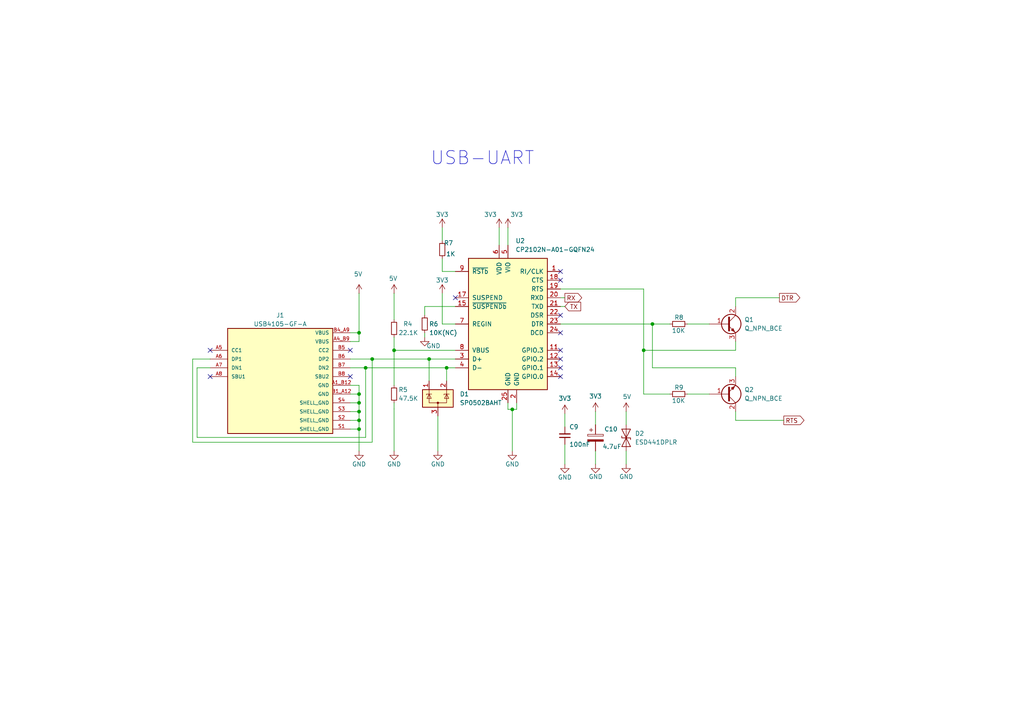
<source format=kicad_sch>
(kicad_sch
	(version 20250114)
	(generator "eeschema")
	(generator_version "9.0")
	(uuid "44ff41cb-10ac-47bc-abe1-6535570b2d24")
	(paper "A4")
	(lib_symbols
		(symbol "Device:C_Polarized"
			(pin_numbers
				(hide yes)
			)
			(pin_names
				(offset 0.254)
			)
			(exclude_from_sim no)
			(in_bom yes)
			(on_board yes)
			(property "Reference" "C"
				(at 0.635 2.54 0)
				(effects
					(font
						(size 1.27 1.27)
					)
					(justify left)
				)
			)
			(property "Value" "C_Polarized"
				(at 0.635 -2.54 0)
				(effects
					(font
						(size 1.27 1.27)
					)
					(justify left)
				)
			)
			(property "Footprint" ""
				(at 0.9652 -3.81 0)
				(effects
					(font
						(size 1.27 1.27)
					)
					(hide yes)
				)
			)
			(property "Datasheet" "~"
				(at 0 0 0)
				(effects
					(font
						(size 1.27 1.27)
					)
					(hide yes)
				)
			)
			(property "Description" "Polarized capacitor"
				(at 0 0 0)
				(effects
					(font
						(size 1.27 1.27)
					)
					(hide yes)
				)
			)
			(property "ki_keywords" "cap capacitor"
				(at 0 0 0)
				(effects
					(font
						(size 1.27 1.27)
					)
					(hide yes)
				)
			)
			(property "ki_fp_filters" "CP_*"
				(at 0 0 0)
				(effects
					(font
						(size 1.27 1.27)
					)
					(hide yes)
				)
			)
			(symbol "C_Polarized_0_1"
				(rectangle
					(start -2.286 0.508)
					(end 2.286 1.016)
					(stroke
						(width 0)
						(type default)
					)
					(fill
						(type none)
					)
				)
				(polyline
					(pts
						(xy -1.778 2.286) (xy -0.762 2.286)
					)
					(stroke
						(width 0)
						(type default)
					)
					(fill
						(type none)
					)
				)
				(polyline
					(pts
						(xy -1.27 2.794) (xy -1.27 1.778)
					)
					(stroke
						(width 0)
						(type default)
					)
					(fill
						(type none)
					)
				)
				(rectangle
					(start 2.286 -0.508)
					(end -2.286 -1.016)
					(stroke
						(width 0)
						(type default)
					)
					(fill
						(type outline)
					)
				)
			)
			(symbol "C_Polarized_1_1"
				(pin passive line
					(at 0 3.81 270)
					(length 2.794)
					(name "~"
						(effects
							(font
								(size 1.27 1.27)
							)
						)
					)
					(number "1"
						(effects
							(font
								(size 1.27 1.27)
							)
						)
					)
				)
				(pin passive line
					(at 0 -3.81 90)
					(length 2.794)
					(name "~"
						(effects
							(font
								(size 1.27 1.27)
							)
						)
					)
					(number "2"
						(effects
							(font
								(size 1.27 1.27)
							)
						)
					)
				)
			)
			(embedded_fonts no)
		)
		(symbol "Device:C_Small"
			(pin_numbers
				(hide yes)
			)
			(pin_names
				(offset 0.254)
				(hide yes)
			)
			(exclude_from_sim no)
			(in_bom yes)
			(on_board yes)
			(property "Reference" "C"
				(at 0.254 1.778 0)
				(effects
					(font
						(size 1.27 1.27)
					)
					(justify left)
				)
			)
			(property "Value" "C_Small"
				(at 0.254 -2.032 0)
				(effects
					(font
						(size 1.27 1.27)
					)
					(justify left)
				)
			)
			(property "Footprint" ""
				(at 0 0 0)
				(effects
					(font
						(size 1.27 1.27)
					)
					(hide yes)
				)
			)
			(property "Datasheet" "~"
				(at 0 0 0)
				(effects
					(font
						(size 1.27 1.27)
					)
					(hide yes)
				)
			)
			(property "Description" "Unpolarized capacitor, small symbol"
				(at 0 0 0)
				(effects
					(font
						(size 1.27 1.27)
					)
					(hide yes)
				)
			)
			(property "ki_keywords" "capacitor cap"
				(at 0 0 0)
				(effects
					(font
						(size 1.27 1.27)
					)
					(hide yes)
				)
			)
			(property "ki_fp_filters" "C_*"
				(at 0 0 0)
				(effects
					(font
						(size 1.27 1.27)
					)
					(hide yes)
				)
			)
			(symbol "C_Small_0_1"
				(polyline
					(pts
						(xy -1.524 0.508) (xy 1.524 0.508)
					)
					(stroke
						(width 0.3048)
						(type default)
					)
					(fill
						(type none)
					)
				)
				(polyline
					(pts
						(xy -1.524 -0.508) (xy 1.524 -0.508)
					)
					(stroke
						(width 0.3302)
						(type default)
					)
					(fill
						(type none)
					)
				)
			)
			(symbol "C_Small_1_1"
				(pin passive line
					(at 0 2.54 270)
					(length 2.032)
					(name "~"
						(effects
							(font
								(size 1.27 1.27)
							)
						)
					)
					(number "1"
						(effects
							(font
								(size 1.27 1.27)
							)
						)
					)
				)
				(pin passive line
					(at 0 -2.54 90)
					(length 2.032)
					(name "~"
						(effects
							(font
								(size 1.27 1.27)
							)
						)
					)
					(number "2"
						(effects
							(font
								(size 1.27 1.27)
							)
						)
					)
				)
			)
			(embedded_fonts no)
		)
		(symbol "Device:Q_NPN_BCE"
			(pin_names
				(offset 0)
				(hide yes)
			)
			(exclude_from_sim no)
			(in_bom yes)
			(on_board yes)
			(property "Reference" "Q"
				(at 5.08 1.27 0)
				(effects
					(font
						(size 1.27 1.27)
					)
					(justify left)
				)
			)
			(property "Value" "Q_NPN_BCE"
				(at 5.08 -1.27 0)
				(effects
					(font
						(size 1.27 1.27)
					)
					(justify left)
				)
			)
			(property "Footprint" ""
				(at 5.08 2.54 0)
				(effects
					(font
						(size 1.27 1.27)
					)
					(hide yes)
				)
			)
			(property "Datasheet" "~"
				(at 0 0 0)
				(effects
					(font
						(size 1.27 1.27)
					)
					(hide yes)
				)
			)
			(property "Description" "NPN transistor, base/collector/emitter"
				(at 0 0 0)
				(effects
					(font
						(size 1.27 1.27)
					)
					(hide yes)
				)
			)
			(property "ki_keywords" "transistor NPN"
				(at 0 0 0)
				(effects
					(font
						(size 1.27 1.27)
					)
					(hide yes)
				)
			)
			(symbol "Q_NPN_BCE_0_1"
				(polyline
					(pts
						(xy 0.635 1.905) (xy 0.635 -1.905) (xy 0.635 -1.905)
					)
					(stroke
						(width 0.508)
						(type default)
					)
					(fill
						(type none)
					)
				)
				(polyline
					(pts
						(xy 0.635 0.635) (xy 2.54 2.54)
					)
					(stroke
						(width 0)
						(type default)
					)
					(fill
						(type none)
					)
				)
				(polyline
					(pts
						(xy 0.635 -0.635) (xy 2.54 -2.54) (xy 2.54 -2.54)
					)
					(stroke
						(width 0)
						(type default)
					)
					(fill
						(type none)
					)
				)
				(circle
					(center 1.27 0)
					(radius 2.8194)
					(stroke
						(width 0.254)
						(type default)
					)
					(fill
						(type none)
					)
				)
				(polyline
					(pts
						(xy 1.27 -1.778) (xy 1.778 -1.27) (xy 2.286 -2.286) (xy 1.27 -1.778) (xy 1.27 -1.778)
					)
					(stroke
						(width 0)
						(type default)
					)
					(fill
						(type outline)
					)
				)
			)
			(symbol "Q_NPN_BCE_1_1"
				(pin input line
					(at -5.08 0 0)
					(length 5.715)
					(name "B"
						(effects
							(font
								(size 1.27 1.27)
							)
						)
					)
					(number "1"
						(effects
							(font
								(size 1.27 1.27)
							)
						)
					)
				)
				(pin passive line
					(at 2.54 5.08 270)
					(length 2.54)
					(name "C"
						(effects
							(font
								(size 1.27 1.27)
							)
						)
					)
					(number "2"
						(effects
							(font
								(size 1.27 1.27)
							)
						)
					)
				)
				(pin passive line
					(at 2.54 -5.08 90)
					(length 2.54)
					(name "E"
						(effects
							(font
								(size 1.27 1.27)
							)
						)
					)
					(number "3"
						(effects
							(font
								(size 1.27 1.27)
							)
						)
					)
				)
			)
			(embedded_fonts no)
		)
		(symbol "Diode:SD15_SOD323"
			(pin_numbers
				(hide yes)
			)
			(pin_names
				(offset 1.016)
				(hide yes)
			)
			(exclude_from_sim no)
			(in_bom yes)
			(on_board yes)
			(property "Reference" "D"
				(at 0 2.54 0)
				(effects
					(font
						(size 1.27 1.27)
					)
				)
			)
			(property "Value" "SD15_SOD323"
				(at 0 -2.54 0)
				(effects
					(font
						(size 1.27 1.27)
					)
				)
			)
			(property "Footprint" "Diode_SMD:D_SOD-323"
				(at 0 -5.08 0)
				(effects
					(font
						(size 1.27 1.27)
					)
					(hide yes)
				)
			)
			(property "Datasheet" "https://www.littelfuse.com/~/media/electronics/datasheets/tvs_diode_arrays/littelfuse_tvs_diode_array_sd_c_datasheet.pdf.pdf"
				(at 0 0 0)
				(effects
					(font
						(size 1.27 1.27)
					)
					(hide yes)
				)
			)
			(property "Description" "15V, 450W Discrete Bidirectional TVS Diode, SOD-323"
				(at 0 0 0)
				(effects
					(font
						(size 1.27 1.27)
					)
					(hide yes)
				)
			)
			(property "ki_keywords" "transient voltage suppressor thyrector transil"
				(at 0 0 0)
				(effects
					(font
						(size 1.27 1.27)
					)
					(hide yes)
				)
			)
			(property "ki_fp_filters" "D?SOD?323*"
				(at 0 0 0)
				(effects
					(font
						(size 1.27 1.27)
					)
					(hide yes)
				)
			)
			(symbol "SD15_SOD323_0_1"
				(polyline
					(pts
						(xy -2.54 -1.27) (xy 0 0) (xy -2.54 1.27) (xy -2.54 -1.27)
					)
					(stroke
						(width 0.2032)
						(type default)
					)
					(fill
						(type none)
					)
				)
				(polyline
					(pts
						(xy 0.508 1.27) (xy 0 1.27) (xy 0 -1.27) (xy -0.508 -1.27)
					)
					(stroke
						(width 0.2032)
						(type default)
					)
					(fill
						(type none)
					)
				)
				(polyline
					(pts
						(xy 1.27 0) (xy -1.27 0)
					)
					(stroke
						(width 0)
						(type default)
					)
					(fill
						(type none)
					)
				)
				(polyline
					(pts
						(xy 2.54 1.27) (xy 2.54 -1.27) (xy 0 0) (xy 2.54 1.27)
					)
					(stroke
						(width 0.2032)
						(type default)
					)
					(fill
						(type none)
					)
				)
			)
			(symbol "SD15_SOD323_1_1"
				(pin passive line
					(at -3.81 0 0)
					(length 2.54)
					(name "A1"
						(effects
							(font
								(size 1.27 1.27)
							)
						)
					)
					(number "1"
						(effects
							(font
								(size 1.27 1.27)
							)
						)
					)
				)
				(pin passive line
					(at 3.81 0 180)
					(length 2.54)
					(name "A2"
						(effects
							(font
								(size 1.27 1.27)
							)
						)
					)
					(number "2"
						(effects
							(font
								(size 1.27 1.27)
							)
						)
					)
				)
			)
			(embedded_fonts no)
		)
		(symbol "PUTRocketLab_IC:CP2102N-A01-GQFN24"
			(pin_names
				(offset 1.016)
			)
			(exclude_from_sim no)
			(in_bom yes)
			(on_board yes)
			(property "Reference" "U"
				(at -5.08 22.225 0)
				(effects
					(font
						(size 1.27 1.27)
					)
					(justify right)
				)
			)
			(property "Value" "CP2102N-A01-GQFN24"
				(at -5.08 20.32 0)
				(effects
					(font
						(size 1.27 1.27)
					)
					(justify right)
				)
			)
			(property "Footprint" "Package_DFN_QFN:QFN-24-1EP_4x4mm_P0.5mm_EP2.6x2.6mm"
				(at 11.43 -20.32 0)
				(effects
					(font
						(size 1.27 1.27)
					)
					(justify left)
					(hide yes)
				)
			)
			(property "Datasheet" "https://www.silabs.com/documents/public/data-sheets/cp2102n-datasheet.pdf"
				(at 1.27 -26.67 0)
				(effects
					(font
						(size 1.27 1.27)
					)
					(hide yes)
				)
			)
			(property "Description" "USB to UART master bridge, QFN-24"
				(at 0 0 0)
				(effects
					(font
						(size 1.27 1.27)
					)
					(hide yes)
				)
			)
			(property "ki_keywords" "USB UART bridge"
				(at 0 0 0)
				(effects
					(font
						(size 1.27 1.27)
					)
					(hide yes)
				)
			)
			(property "ki_fp_filters" "QFN*4x4mm*P0.5mm*"
				(at 0 0 0)
				(effects
					(font
						(size 1.27 1.27)
					)
					(hide yes)
				)
			)
			(symbol "CP2102N-A01-GQFN24_0_1"
				(rectangle
					(start -11.43 19.05)
					(end 11.43 -19.05)
					(stroke
						(width 0.254)
						(type default)
					)
					(fill
						(type background)
					)
				)
			)
			(symbol "CP2102N-A01-GQFN24_1_1"
				(pin input line
					(at -15.24 15.24 0)
					(length 3.81)
					(name "~{RSTb}"
						(effects
							(font
								(size 1.27 1.27)
							)
						)
					)
					(number "9"
						(effects
							(font
								(size 1.27 1.27)
							)
						)
					)
				)
				(pin output line
					(at -15.24 7.62 0)
					(length 3.81)
					(name "SUSPEND"
						(effects
							(font
								(size 1.27 1.27)
							)
						)
					)
					(number "17"
						(effects
							(font
								(size 1.27 1.27)
							)
						)
					)
				)
				(pin output line
					(at -15.24 5.08 0)
					(length 3.81)
					(name "~{SUSPENDb}"
						(effects
							(font
								(size 1.27 1.27)
							)
						)
					)
					(number "15"
						(effects
							(font
								(size 1.27 1.27)
							)
						)
					)
				)
				(pin power_in line
					(at -15.24 0 0)
					(length 3.81)
					(name "REGIN"
						(effects
							(font
								(size 1.27 1.27)
							)
						)
					)
					(number "7"
						(effects
							(font
								(size 1.27 1.27)
							)
						)
					)
				)
				(pin input line
					(at -15.24 -7.62 0)
					(length 3.81)
					(name "VBUS"
						(effects
							(font
								(size 1.27 1.27)
							)
						)
					)
					(number "8"
						(effects
							(font
								(size 1.27 1.27)
							)
						)
					)
				)
				(pin bidirectional line
					(at -15.24 -10.16 0)
					(length 3.81)
					(name "D+"
						(effects
							(font
								(size 1.27 1.27)
							)
						)
					)
					(number "3"
						(effects
							(font
								(size 1.27 1.27)
							)
						)
					)
				)
				(pin bidirectional line
					(at -15.24 -12.7 0)
					(length 3.81)
					(name "D-"
						(effects
							(font
								(size 1.27 1.27)
							)
						)
					)
					(number "4"
						(effects
							(font
								(size 1.27 1.27)
							)
						)
					)
				)
				(pin power_in line
					(at -2.54 22.86 270)
					(length 3.81)
					(name "VDD"
						(effects
							(font
								(size 1.27 1.27)
							)
						)
					)
					(number "6"
						(effects
							(font
								(size 1.27 1.27)
							)
						)
					)
				)
				(pin power_in line
					(at 0 22.86 270)
					(length 3.81)
					(name "VIO"
						(effects
							(font
								(size 1.27 1.27)
							)
						)
					)
					(number "5"
						(effects
							(font
								(size 1.27 1.27)
							)
						)
					)
				)
				(pin power_in line
					(at 0 -22.86 90)
					(length 3.81)
					(name "GND"
						(effects
							(font
								(size 1.27 1.27)
							)
						)
					)
					(number "25"
						(effects
							(font
								(size 1.27 1.27)
							)
						)
					)
				)
				(pin power_in line
					(at 2.54 -22.86 90)
					(length 3.81)
					(name "GND"
						(effects
							(font
								(size 1.27 1.27)
							)
						)
					)
					(number "2"
						(effects
							(font
								(size 1.27 1.27)
							)
						)
					)
				)
				(pin no_connect line
					(at 7.62 -22.86 90)
					(length 3.81)
					(hide yes)
					(name "NC"
						(effects
							(font
								(size 1.27 1.27)
							)
						)
					)
					(number "16"
						(effects
							(font
								(size 1.27 1.27)
							)
						)
					)
				)
				(pin no_connect line
					(at 10.16 -22.86 90)
					(length 3.81)
					(hide yes)
					(name "NC"
						(effects
							(font
								(size 1.27 1.27)
							)
						)
					)
					(number "10"
						(effects
							(font
								(size 1.27 1.27)
							)
						)
					)
				)
				(pin bidirectional line
					(at 15.24 15.24 180)
					(length 3.81)
					(name "RI/CLK"
						(effects
							(font
								(size 1.27 1.27)
							)
						)
					)
					(number "1"
						(effects
							(font
								(size 1.27 1.27)
							)
						)
					)
				)
				(pin input line
					(at 15.24 12.7 180)
					(length 3.81)
					(name "CTS"
						(effects
							(font
								(size 1.27 1.27)
							)
						)
					)
					(number "18"
						(effects
							(font
								(size 1.27 1.27)
							)
						)
					)
				)
				(pin output line
					(at 15.24 10.16 180)
					(length 3.81)
					(name "RTS"
						(effects
							(font
								(size 1.27 1.27)
							)
						)
					)
					(number "19"
						(effects
							(font
								(size 1.27 1.27)
							)
						)
					)
				)
				(pin input line
					(at 15.24 7.62 180)
					(length 3.81)
					(name "RXD"
						(effects
							(font
								(size 1.27 1.27)
							)
						)
					)
					(number "20"
						(effects
							(font
								(size 1.27 1.27)
							)
						)
					)
				)
				(pin output line
					(at 15.24 5.08 180)
					(length 3.81)
					(name "TXD"
						(effects
							(font
								(size 1.27 1.27)
							)
						)
					)
					(number "21"
						(effects
							(font
								(size 1.27 1.27)
							)
						)
					)
				)
				(pin input line
					(at 15.24 2.54 180)
					(length 3.81)
					(name "DSR"
						(effects
							(font
								(size 1.27 1.27)
							)
						)
					)
					(number "22"
						(effects
							(font
								(size 1.27 1.27)
							)
						)
					)
				)
				(pin output line
					(at 15.24 0 180)
					(length 3.81)
					(name "DTR"
						(effects
							(font
								(size 1.27 1.27)
							)
						)
					)
					(number "23"
						(effects
							(font
								(size 1.27 1.27)
							)
						)
					)
				)
				(pin input line
					(at 15.24 -2.54 180)
					(length 3.81)
					(name "DCD"
						(effects
							(font
								(size 1.27 1.27)
							)
						)
					)
					(number "24"
						(effects
							(font
								(size 1.27 1.27)
							)
						)
					)
				)
				(pin bidirectional line
					(at 15.24 -7.62 180)
					(length 3.81)
					(name "GPIO.3"
						(effects
							(font
								(size 1.27 1.27)
							)
						)
					)
					(number "11"
						(effects
							(font
								(size 1.27 1.27)
							)
						)
					)
				)
				(pin bidirectional line
					(at 15.24 -10.16 180)
					(length 3.81)
					(name "GPIO.2"
						(effects
							(font
								(size 1.27 1.27)
							)
						)
					)
					(number "12"
						(effects
							(font
								(size 1.27 1.27)
							)
						)
					)
				)
				(pin bidirectional line
					(at 15.24 -12.7 180)
					(length 3.81)
					(name "GPIO.1"
						(effects
							(font
								(size 1.27 1.27)
							)
						)
					)
					(number "13"
						(effects
							(font
								(size 1.27 1.27)
							)
						)
					)
				)
				(pin bidirectional line
					(at 15.24 -15.24 180)
					(length 3.81)
					(name "GPIO.0"
						(effects
							(font
								(size 1.27 1.27)
							)
						)
					)
					(number "14"
						(effects
							(font
								(size 1.27 1.27)
							)
						)
					)
				)
			)
			(embedded_fonts no)
		)
		(symbol "PUTRocketLab_connectors:USB4105-GF-A"
			(pin_names
				(offset 1.016)
			)
			(exclude_from_sim no)
			(in_bom yes)
			(on_board yes)
			(property "Reference" "J?"
				(at 0 17.78 0)
				(effects
					(font
						(size 1.27 1.27)
					)
				)
			)
			(property "Value" "USB4105-GF-A"
				(at 0 15.24 0)
				(effects
					(font
						(size 1.27 1.27)
					)
				)
			)
			(property "Footprint" "PUTRocketLab_other:GCT_USB4105-GF-A"
				(at 0 0 0)
				(effects
					(font
						(size 1.27 1.27)
					)
					(justify left bottom)
					(hide yes)
				)
			)
			(property "Datasheet" ""
				(at 0 0 0)
				(effects
					(font
						(size 1.27 1.27)
					)
					(justify left bottom)
					(hide yes)
				)
			)
			(property "Description" ""
				(at 0 0 0)
				(effects
					(font
						(size 1.27 1.27)
					)
					(hide yes)
				)
			)
			(property "MAXIMUM_PACKAGE_HEIGHT" "3.31 mm"
				(at 0 0 0)
				(effects
					(font
						(size 1.27 1.27)
					)
					(justify left bottom)
					(hide yes)
				)
			)
			(property "MANUFACTURER" "GCT"
				(at 0 0 0)
				(effects
					(font
						(size 1.27 1.27)
					)
					(justify left bottom)
					(hide yes)
				)
			)
			(property "PARTREV" "A3"
				(at 0 0 0)
				(effects
					(font
						(size 1.27 1.27)
					)
					(justify left bottom)
					(hide yes)
				)
			)
			(property "STANDARD" "Manufacturer Recommendations"
				(at 0 0 0)
				(effects
					(font
						(size 1.27 1.27)
					)
					(justify left bottom)
					(hide yes)
				)
			)
			(property "ki_locked" ""
				(at 0 0 0)
				(effects
					(font
						(size 1.27 1.27)
					)
				)
			)
			(symbol "USB4105-GF-A_0_0"
				(rectangle
					(start -15.24 11.43)
					(end 15.24 -19.05)
					(stroke
						(width 0.254)
						(type default)
					)
					(fill
						(type background)
					)
				)
				(pin bidirectional line
					(at -20.32 5.08 0)
					(length 5.08)
					(name "CC1"
						(effects
							(font
								(size 1.016 1.016)
							)
						)
					)
					(number "A5"
						(effects
							(font
								(size 1.016 1.016)
							)
						)
					)
				)
				(pin bidirectional line
					(at -20.32 2.54 0)
					(length 5.08)
					(name "DP1"
						(effects
							(font
								(size 1.016 1.016)
							)
						)
					)
					(number "A6"
						(effects
							(font
								(size 1.016 1.016)
							)
						)
					)
				)
				(pin bidirectional line
					(at -20.32 0 0)
					(length 5.08)
					(name "DN1"
						(effects
							(font
								(size 1.016 1.016)
							)
						)
					)
					(number "A7"
						(effects
							(font
								(size 1.016 1.016)
							)
						)
					)
				)
				(pin bidirectional line
					(at -20.32 -2.54 0)
					(length 5.08)
					(name "SBU1"
						(effects
							(font
								(size 1.016 1.016)
							)
						)
					)
					(number "A8"
						(effects
							(font
								(size 1.016 1.016)
							)
						)
					)
				)
				(pin power_in line
					(at 20.32 10.16 180)
					(length 5.08)
					(name "VBUS"
						(effects
							(font
								(size 1.016 1.016)
							)
						)
					)
					(number "B4_A9"
						(effects
							(font
								(size 1.016 1.016)
							)
						)
					)
				)
				(pin power_in line
					(at 20.32 7.62 180)
					(length 5.08)
					(name "VBUS"
						(effects
							(font
								(size 1.016 1.016)
							)
						)
					)
					(number "A4_B9"
						(effects
							(font
								(size 1.016 1.016)
							)
						)
					)
				)
				(pin bidirectional line
					(at 20.32 5.08 180)
					(length 5.08)
					(name "CC2"
						(effects
							(font
								(size 1.016 1.016)
							)
						)
					)
					(number "B5"
						(effects
							(font
								(size 1.016 1.016)
							)
						)
					)
				)
				(pin bidirectional line
					(at 20.32 2.54 180)
					(length 5.08)
					(name "DP2"
						(effects
							(font
								(size 1.016 1.016)
							)
						)
					)
					(number "B6"
						(effects
							(font
								(size 1.016 1.016)
							)
						)
					)
				)
				(pin bidirectional line
					(at 20.32 0 180)
					(length 5.08)
					(name "DN2"
						(effects
							(font
								(size 1.016 1.016)
							)
						)
					)
					(number "B7"
						(effects
							(font
								(size 1.016 1.016)
							)
						)
					)
				)
				(pin bidirectional line
					(at 20.32 -2.54 180)
					(length 5.08)
					(name "SBU2"
						(effects
							(font
								(size 1.016 1.016)
							)
						)
					)
					(number "B8"
						(effects
							(font
								(size 1.016 1.016)
							)
						)
					)
				)
				(pin power_in line
					(at 20.32 -5.08 180)
					(length 5.08)
					(name "GND"
						(effects
							(font
								(size 1.016 1.016)
							)
						)
					)
					(number "A1_B12"
						(effects
							(font
								(size 1.016 1.016)
							)
						)
					)
				)
				(pin power_in line
					(at 20.32 -7.62 180)
					(length 5.08)
					(name "GND"
						(effects
							(font
								(size 1.016 1.016)
							)
						)
					)
					(number "B1_A12"
						(effects
							(font
								(size 1.016 1.016)
							)
						)
					)
				)
				(pin power_in line
					(at 20.32 -10.16 180)
					(length 5.08)
					(name "SHELL_GND"
						(effects
							(font
								(size 1.016 1.016)
							)
						)
					)
					(number "S4"
						(effects
							(font
								(size 1.016 1.016)
							)
						)
					)
				)
				(pin power_in line
					(at 20.32 -12.7 180)
					(length 5.08)
					(name "SHELL_GND"
						(effects
							(font
								(size 1.016 1.016)
							)
						)
					)
					(number "S3"
						(effects
							(font
								(size 1.016 1.016)
							)
						)
					)
				)
				(pin power_in line
					(at 20.32 -15.24 180)
					(length 5.08)
					(name "SHELL_GND"
						(effects
							(font
								(size 1.016 1.016)
							)
						)
					)
					(number "S2"
						(effects
							(font
								(size 1.016 1.016)
							)
						)
					)
				)
				(pin power_in line
					(at 20.32 -17.78 180)
					(length 5.08)
					(name "SHELL_GND"
						(effects
							(font
								(size 1.016 1.016)
							)
						)
					)
					(number "S1"
						(effects
							(font
								(size 1.016 1.016)
							)
						)
					)
				)
			)
			(embedded_fonts no)
		)
		(symbol "PUTRocketLab_power:GND"
			(power)
			(pin_names
				(offset 0)
			)
			(exclude_from_sim no)
			(in_bom yes)
			(on_board yes)
			(property "Reference" "#PWR"
				(at 0 -6.35 0)
				(effects
					(font
						(size 1.27 1.27)
					)
					(hide yes)
				)
			)
			(property "Value" "GND"
				(at 0 -3.81 0)
				(effects
					(font
						(size 1.27 1.27)
					)
				)
			)
			(property "Footprint" ""
				(at 0 0 0)
				(effects
					(font
						(size 1.27 1.27)
					)
					(hide yes)
				)
			)
			(property "Datasheet" ""
				(at 0 0 0)
				(effects
					(font
						(size 1.27 1.27)
					)
					(hide yes)
				)
			)
			(property "Description" "Power symbol creates a global label with name \"GND\" , ground"
				(at 0 0 0)
				(effects
					(font
						(size 1.27 1.27)
					)
					(hide yes)
				)
			)
			(property "ki_keywords" "power-flag"
				(at 0 0 0)
				(effects
					(font
						(size 1.27 1.27)
					)
					(hide yes)
				)
			)
			(symbol "GND_0_1"
				(polyline
					(pts
						(xy 0 0) (xy 0 -1.27) (xy 1.27 -1.27) (xy 0 -2.54) (xy -1.27 -1.27) (xy 0 -1.27)
					)
					(stroke
						(width 0)
						(type default)
					)
					(fill
						(type none)
					)
				)
			)
			(symbol "GND_1_1"
				(pin power_in line
					(at 0 0 270)
					(length 0)
					(hide yes)
					(name "GND"
						(effects
							(font
								(size 1.27 1.27)
							)
						)
					)
					(number "1"
						(effects
							(font
								(size 1.27 1.27)
							)
						)
					)
				)
			)
			(embedded_fonts no)
		)
		(symbol "Power_Protection:SP0502BAHT"
			(pin_names
				(hide yes)
			)
			(exclude_from_sim no)
			(in_bom yes)
			(on_board yes)
			(property "Reference" "D"
				(at 5.715 2.54 0)
				(effects
					(font
						(size 1.27 1.27)
					)
					(justify left)
				)
			)
			(property "Value" "SP0502BAHT"
				(at 5.715 0.635 0)
				(effects
					(font
						(size 1.27 1.27)
					)
					(justify left)
				)
			)
			(property "Footprint" "Package_TO_SOT_SMD:SOT-23"
				(at 5.715 -1.27 0)
				(effects
					(font
						(size 1.27 1.27)
					)
					(justify left)
					(hide yes)
				)
			)
			(property "Datasheet" "http://www.littelfuse.com/~/media/files/littelfuse/technical%20resources/documents/data%20sheets/sp05xxba.pdf"
				(at 3.175 3.175 0)
				(effects
					(font
						(size 1.27 1.27)
					)
					(hide yes)
				)
			)
			(property "Description" "TVS Diode Array, 5.5V Standoff, 2 Channels, SOT-23 package"
				(at 0 0 0)
				(effects
					(font
						(size 1.27 1.27)
					)
					(hide yes)
				)
			)
			(property "ki_keywords" "usb esd protection suppression transient"
				(at 0 0 0)
				(effects
					(font
						(size 1.27 1.27)
					)
					(hide yes)
				)
			)
			(property "ki_fp_filters" "SOT?23*"
				(at 0 0 0)
				(effects
					(font
						(size 1.27 1.27)
					)
					(hide yes)
				)
			)
			(symbol "SP0502BAHT_0_0"
				(pin passive line
					(at 0 -5.08 90)
					(length 2.54)
					(name "A"
						(effects
							(font
								(size 1.27 1.27)
							)
						)
					)
					(number "3"
						(effects
							(font
								(size 1.27 1.27)
							)
						)
					)
				)
			)
			(symbol "SP0502BAHT_0_1"
				(rectangle
					(start -4.445 2.54)
					(end 4.445 -2.54)
					(stroke
						(width 0.254)
						(type default)
					)
					(fill
						(type background)
					)
				)
				(polyline
					(pts
						(xy -3.302 1.016) (xy -3.302 1.27) (xy -1.905 1.27) (xy -1.778 1.27)
					)
					(stroke
						(width 0)
						(type default)
					)
					(fill
						(type none)
					)
				)
				(polyline
					(pts
						(xy -2.54 2.54) (xy -2.54 1.27)
					)
					(stroke
						(width 0)
						(type default)
					)
					(fill
						(type none)
					)
				)
				(polyline
					(pts
						(xy -2.54 1.27) (xy -2.54 -1.27) (xy 2.54 -1.27) (xy 2.54 1.27)
					)
					(stroke
						(width 0)
						(type default)
					)
					(fill
						(type none)
					)
				)
				(polyline
					(pts
						(xy -2.54 1.27) (xy -1.905 0) (xy -3.175 0) (xy -2.54 1.27)
					)
					(stroke
						(width 0)
						(type default)
					)
					(fill
						(type none)
					)
				)
				(polyline
					(pts
						(xy 0 -1.27) (xy 0 -2.54)
					)
					(stroke
						(width 0)
						(type default)
					)
					(fill
						(type none)
					)
				)
				(circle
					(center 0 -1.27)
					(radius 0.254)
					(stroke
						(width 0)
						(type default)
					)
					(fill
						(type outline)
					)
				)
				(polyline
					(pts
						(xy 1.778 1.016) (xy 1.778 1.27) (xy 3.175 1.27) (xy 3.302 1.27)
					)
					(stroke
						(width 0)
						(type default)
					)
					(fill
						(type none)
					)
				)
				(polyline
					(pts
						(xy 2.54 2.54) (xy 2.54 1.27)
					)
					(stroke
						(width 0)
						(type default)
					)
					(fill
						(type none)
					)
				)
				(polyline
					(pts
						(xy 2.54 1.27) (xy 1.905 0) (xy 3.175 0) (xy 2.54 1.27)
					)
					(stroke
						(width 0)
						(type default)
					)
					(fill
						(type none)
					)
				)
			)
			(symbol "SP0502BAHT_1_1"
				(pin passive line
					(at -2.54 5.08 270)
					(length 2.54)
					(name "K"
						(effects
							(font
								(size 1.27 1.27)
							)
						)
					)
					(number "1"
						(effects
							(font
								(size 1.27 1.27)
							)
						)
					)
				)
				(pin passive line
					(at 2.54 5.08 270)
					(length 2.54)
					(name "K"
						(effects
							(font
								(size 1.27 1.27)
							)
						)
					)
					(number "2"
						(effects
							(font
								(size 1.27 1.27)
							)
						)
					)
				)
			)
			(embedded_fonts no)
		)
		(symbol "PutRocketLab_RCL:R_Small"
			(pin_numbers
				(hide yes)
			)
			(pin_names
				(offset 0.254)
				(hide yes)
			)
			(exclude_from_sim no)
			(in_bom yes)
			(on_board yes)
			(property "Reference" "R"
				(at 0.762 0.508 0)
				(effects
					(font
						(size 1.27 1.27)
					)
					(justify left)
				)
			)
			(property "Value" "R_Small"
				(at 0.762 -1.016 0)
				(effects
					(font
						(size 1.27 1.27)
					)
					(justify left)
				)
			)
			(property "Footprint" ""
				(at 0 0 0)
				(effects
					(font
						(size 1.27 1.27)
					)
					(hide yes)
				)
			)
			(property "Datasheet" "~"
				(at 0 0 0)
				(effects
					(font
						(size 1.27 1.27)
					)
					(hide yes)
				)
			)
			(property "Description" "Resistor, small symbol"
				(at 0 0 0)
				(effects
					(font
						(size 1.27 1.27)
					)
					(hide yes)
				)
			)
			(property "ki_keywords" "R resistor"
				(at 0 0 0)
				(effects
					(font
						(size 1.27 1.27)
					)
					(hide yes)
				)
			)
			(property "ki_fp_filters" "R_*"
				(at 0 0 0)
				(effects
					(font
						(size 1.27 1.27)
					)
					(hide yes)
				)
			)
			(symbol "R_Small_0_1"
				(rectangle
					(start -0.762 1.778)
					(end 0.762 -1.778)
					(stroke
						(width 0.2032)
						(type default)
					)
					(fill
						(type none)
					)
				)
			)
			(symbol "R_Small_1_1"
				(pin passive line
					(at 0 2.54 270)
					(length 0.762)
					(name "~"
						(effects
							(font
								(size 1.27 1.27)
							)
						)
					)
					(number "1"
						(effects
							(font
								(size 1.27 1.27)
							)
						)
					)
				)
				(pin passive line
					(at 0 -2.54 90)
					(length 0.762)
					(name "~"
						(effects
							(font
								(size 1.27 1.27)
							)
						)
					)
					(number "2"
						(effects
							(font
								(size 1.27 1.27)
							)
						)
					)
				)
			)
			(embedded_fonts no)
		)
		(symbol "power:+3.3V"
			(power)
			(pin_names
				(offset 0)
			)
			(exclude_from_sim no)
			(in_bom yes)
			(on_board yes)
			(property "Reference" "#PWR"
				(at 0 -3.81 0)
				(effects
					(font
						(size 1.27 1.27)
					)
					(hide yes)
				)
			)
			(property "Value" "+3.3V"
				(at 0 3.556 0)
				(effects
					(font
						(size 1.27 1.27)
					)
				)
			)
			(property "Footprint" ""
				(at 0 0 0)
				(effects
					(font
						(size 1.27 1.27)
					)
					(hide yes)
				)
			)
			(property "Datasheet" ""
				(at 0 0 0)
				(effects
					(font
						(size 1.27 1.27)
					)
					(hide yes)
				)
			)
			(property "Description" "Power symbol creates a global label with name \"+3.3V\""
				(at 0 0 0)
				(effects
					(font
						(size 1.27 1.27)
					)
					(hide yes)
				)
			)
			(property "ki_keywords" "power-flag"
				(at 0 0 0)
				(effects
					(font
						(size 1.27 1.27)
					)
					(hide yes)
				)
			)
			(symbol "+3.3V_0_1"
				(polyline
					(pts
						(xy -0.762 1.27) (xy 0 2.54)
					)
					(stroke
						(width 0)
						(type default)
					)
					(fill
						(type none)
					)
				)
				(polyline
					(pts
						(xy 0 2.54) (xy 0.762 1.27)
					)
					(stroke
						(width 0)
						(type default)
					)
					(fill
						(type none)
					)
				)
				(polyline
					(pts
						(xy 0 0) (xy 0 2.54)
					)
					(stroke
						(width 0)
						(type default)
					)
					(fill
						(type none)
					)
				)
			)
			(symbol "+3.3V_1_1"
				(pin power_in line
					(at 0 0 90)
					(length 0)
					(hide yes)
					(name "+3V3"
						(effects
							(font
								(size 1.27 1.27)
							)
						)
					)
					(number "1"
						(effects
							(font
								(size 1.27 1.27)
							)
						)
					)
				)
			)
			(embedded_fonts no)
		)
		(symbol "power:GND"
			(power)
			(pin_names
				(offset 0)
			)
			(exclude_from_sim no)
			(in_bom yes)
			(on_board yes)
			(property "Reference" "#PWR"
				(at 0 -6.35 0)
				(effects
					(font
						(size 1.27 1.27)
					)
					(hide yes)
				)
			)
			(property "Value" "GND"
				(at 0 -3.81 0)
				(effects
					(font
						(size 1.27 1.27)
					)
				)
			)
			(property "Footprint" ""
				(at 0 0 0)
				(effects
					(font
						(size 1.27 1.27)
					)
					(hide yes)
				)
			)
			(property "Datasheet" ""
				(at 0 0 0)
				(effects
					(font
						(size 1.27 1.27)
					)
					(hide yes)
				)
			)
			(property "Description" "Power symbol creates a global label with name \"GND\" , ground"
				(at 0 0 0)
				(effects
					(font
						(size 1.27 1.27)
					)
					(hide yes)
				)
			)
			(property "ki_keywords" "power-flag"
				(at 0 0 0)
				(effects
					(font
						(size 1.27 1.27)
					)
					(hide yes)
				)
			)
			(symbol "GND_0_1"
				(polyline
					(pts
						(xy 0 0) (xy 0 -1.27) (xy 1.27 -1.27) (xy 0 -2.54) (xy -1.27 -1.27) (xy 0 -1.27)
					)
					(stroke
						(width 0)
						(type default)
					)
					(fill
						(type none)
					)
				)
			)
			(symbol "GND_1_1"
				(pin power_in line
					(at 0 0 270)
					(length 0)
					(hide yes)
					(name "GND"
						(effects
							(font
								(size 1.27 1.27)
							)
						)
					)
					(number "1"
						(effects
							(font
								(size 1.27 1.27)
							)
						)
					)
				)
			)
			(embedded_fonts no)
		)
		(symbol "power:VBUS"
			(power)
			(pin_numbers
				(hide yes)
			)
			(pin_names
				(offset 0)
				(hide yes)
			)
			(exclude_from_sim no)
			(in_bom yes)
			(on_board yes)
			(property "Reference" "#PWR"
				(at 0 -3.81 0)
				(effects
					(font
						(size 1.27 1.27)
					)
					(hide yes)
				)
			)
			(property "Value" "VBUS"
				(at 0 3.556 0)
				(effects
					(font
						(size 1.27 1.27)
					)
				)
			)
			(property "Footprint" ""
				(at 0 0 0)
				(effects
					(font
						(size 1.27 1.27)
					)
					(hide yes)
				)
			)
			(property "Datasheet" ""
				(at 0 0 0)
				(effects
					(font
						(size 1.27 1.27)
					)
					(hide yes)
				)
			)
			(property "Description" "Power symbol creates a global label with name \"VBUS\""
				(at 0 0 0)
				(effects
					(font
						(size 1.27 1.27)
					)
					(hide yes)
				)
			)
			(property "ki_keywords" "global power"
				(at 0 0 0)
				(effects
					(font
						(size 1.27 1.27)
					)
					(hide yes)
				)
			)
			(symbol "VBUS_0_1"
				(polyline
					(pts
						(xy -0.762 1.27) (xy 0 2.54)
					)
					(stroke
						(width 0)
						(type default)
					)
					(fill
						(type none)
					)
				)
				(polyline
					(pts
						(xy 0 2.54) (xy 0.762 1.27)
					)
					(stroke
						(width 0)
						(type default)
					)
					(fill
						(type none)
					)
				)
				(polyline
					(pts
						(xy 0 0) (xy 0 2.54)
					)
					(stroke
						(width 0)
						(type default)
					)
					(fill
						(type none)
					)
				)
			)
			(symbol "VBUS_1_1"
				(pin power_in line
					(at 0 0 90)
					(length 0)
					(name "~"
						(effects
							(font
								(size 1.27 1.27)
							)
						)
					)
					(number "1"
						(effects
							(font
								(size 1.27 1.27)
							)
						)
					)
				)
			)
			(embedded_fonts no)
		)
	)
	(text "USB-UART"
		(exclude_from_sim no)
		(at 139.954 45.974 0)
		(effects
			(font
				(size 3.81 3.81)
			)
		)
		(uuid "17b10051-9b40-43f9-835a-6b0cdaa9514b")
	)
	(junction
		(at 189.23 93.98)
		(diameter 0)
		(color 0 0 0 0)
		(uuid "0964728c-6f72-4bd5-ae2a-662c5bbf6c54")
	)
	(junction
		(at 104.14 124.46)
		(diameter 0)
		(color 0 0 0 0)
		(uuid "321c06b0-7dc1-4e59-a3f7-1f0febdc03e7")
	)
	(junction
		(at 104.14 114.3)
		(diameter 0)
		(color 0 0 0 0)
		(uuid "330e0639-22a8-4b30-a90b-3f3c0f7a7c1d")
	)
	(junction
		(at 106.045 106.68)
		(diameter 0)
		(color 0 0 0 0)
		(uuid "35b42746-f9e0-4410-8a3b-aaa0e5b54b64")
	)
	(junction
		(at 114.3 101.6)
		(diameter 0)
		(color 0 0 0 0)
		(uuid "384e597d-987e-40f7-9c73-0aa3bddade7d")
	)
	(junction
		(at 107.95 104.14)
		(diameter 0)
		(color 0 0 0 0)
		(uuid "4fda7145-de7b-42d4-9231-9d48626d90ea")
	)
	(junction
		(at 148.59 118.745)
		(diameter 0)
		(color 0 0 0 0)
		(uuid "6999a9e8-a519-4e03-87aa-39279ba7d470")
	)
	(junction
		(at 104.14 116.84)
		(diameter 0)
		(color 0 0 0 0)
		(uuid "95169214-7666-4452-93f3-27b61d444b36")
	)
	(junction
		(at 104.14 119.38)
		(diameter 0)
		(color 0 0 0 0)
		(uuid "9a72c275-8611-4574-855b-0edb191f89bb")
	)
	(junction
		(at 104.14 96.52)
		(diameter 0)
		(color 0 0 0 0)
		(uuid "a1402ccd-c6bd-4c7b-923b-3c7f028877ff")
	)
	(junction
		(at 186.69 101.6)
		(diameter 0)
		(color 0 0 0 0)
		(uuid "af67c5b0-016e-4ed9-9f86-7cc0d24abba5")
	)
	(junction
		(at 104.14 121.92)
		(diameter 0)
		(color 0 0 0 0)
		(uuid "c18971ec-1dfd-4604-8c4a-6d288f2e6e3e")
	)
	(junction
		(at 129.54 106.68)
		(diameter 0)
		(color 0 0 0 0)
		(uuid "c439c5ab-3bd8-4988-b6fc-716bc1737dc5")
	)
	(junction
		(at 124.46 104.14)
		(diameter 0)
		(color 0 0 0 0)
		(uuid "d92e8271-202e-41a6-b107-586f5c932c2f")
	)
	(no_connect
		(at 162.56 106.68)
		(uuid "0d2d1ff7-fb4c-4526-9c15-6d3c1d482705")
	)
	(no_connect
		(at 101.6 101.6)
		(uuid "0e5eb325-69bf-4523-9b12-f6b508e12d41")
	)
	(no_connect
		(at 162.56 91.44)
		(uuid "14709412-eb28-4d34-98e7-7c9f981cc551")
	)
	(no_connect
		(at 101.6 109.22)
		(uuid "1698bf46-b800-4ee9-9013-e8f7cb1dad17")
	)
	(no_connect
		(at 162.56 78.74)
		(uuid "39599958-ca2e-4134-9230-9c58076e8c84")
	)
	(no_connect
		(at 60.96 109.22)
		(uuid "608513ad-9950-4121-b5d3-0fe56f36f053")
	)
	(no_connect
		(at 162.56 109.22)
		(uuid "84513f55-5154-4015-b2a6-3a8a3d583e07")
	)
	(no_connect
		(at 132.08 86.36)
		(uuid "84516715-3631-4477-90a6-65e792489184")
	)
	(no_connect
		(at 162.56 81.28)
		(uuid "88eaf261-e586-47df-86a1-d46636648dfe")
	)
	(no_connect
		(at 60.96 101.6)
		(uuid "94915cf2-6105-448c-92fb-353013944fa3")
	)
	(no_connect
		(at 162.56 101.6)
		(uuid "ae433650-c787-4d99-ad5a-b80172f944af")
	)
	(no_connect
		(at 162.56 96.52)
		(uuid "f29baca9-2b1f-4c35-af92-260bd6ea4ed3")
	)
	(no_connect
		(at 162.56 104.14)
		(uuid "fbeda616-5f4c-4aba-96d2-c9df5258552c")
	)
	(wire
		(pts
			(xy 162.56 93.98) (xy 189.23 93.98)
		)
		(stroke
			(width 0)
			(type default)
		)
		(uuid "002a4846-3d60-47b0-8ad8-b54e19f862de")
	)
	(wire
		(pts
			(xy 107.95 128.27) (xy 55.88 128.27)
		)
		(stroke
			(width 0)
			(type default)
		)
		(uuid "033fc731-bd85-43c1-be97-3da8ef909ddd")
	)
	(wire
		(pts
			(xy 213.36 121.92) (xy 227.33 121.92)
		)
		(stroke
			(width 0)
			(type default)
		)
		(uuid "04ce710a-3de2-4523-bd8e-1329d9cc9d98")
	)
	(wire
		(pts
			(xy 149.86 118.745) (xy 148.59 118.745)
		)
		(stroke
			(width 0)
			(type default)
		)
		(uuid "06fad546-2f2f-4ea5-8a2e-a7e905a28ec3")
	)
	(wire
		(pts
			(xy 101.6 121.92) (xy 104.14 121.92)
		)
		(stroke
			(width 0)
			(type default)
		)
		(uuid "0808107c-2082-4108-b08e-459a83cfc6f8")
	)
	(wire
		(pts
			(xy 147.32 66.04) (xy 147.32 71.12)
		)
		(stroke
			(width 0)
			(type default)
		)
		(uuid "0d31441e-7a83-40e9-95e4-85e0a1c00fb2")
	)
	(wire
		(pts
			(xy 186.69 101.6) (xy 186.69 114.3)
		)
		(stroke
			(width 0)
			(type default)
		)
		(uuid "132b9a23-7578-43f2-a7c9-e0de0232ca94")
	)
	(wire
		(pts
			(xy 213.36 86.36) (xy 226.06 86.36)
		)
		(stroke
			(width 0)
			(type default)
		)
		(uuid "1dcb14d2-4b24-4f00-aec0-1bef8a73a26c")
	)
	(wire
		(pts
			(xy 104.14 124.46) (xy 104.14 130.81)
		)
		(stroke
			(width 0)
			(type default)
		)
		(uuid "2158bd15-07b4-4126-b33b-4bfdd8b78e24")
	)
	(wire
		(pts
			(xy 213.36 99.06) (xy 213.36 101.6)
		)
		(stroke
			(width 0)
			(type default)
		)
		(uuid "253866d8-3a80-4d59-864e-4d925977eaf2")
	)
	(wire
		(pts
			(xy 55.88 128.27) (xy 55.88 104.14)
		)
		(stroke
			(width 0)
			(type default)
		)
		(uuid "25fcfb38-fe10-43bd-badb-f86d11aa6de4")
	)
	(wire
		(pts
			(xy 163.83 86.36) (xy 162.56 86.36)
		)
		(stroke
			(width 0)
			(type default)
		)
		(uuid "2bdaef5e-9797-4feb-899c-027d77ae4180")
	)
	(wire
		(pts
			(xy 104.14 121.92) (xy 104.14 124.46)
		)
		(stroke
			(width 0)
			(type default)
		)
		(uuid "2c84246d-69e6-456d-bfdd-5756e9de8ba1")
	)
	(wire
		(pts
			(xy 55.88 104.14) (xy 60.96 104.14)
		)
		(stroke
			(width 0)
			(type default)
		)
		(uuid "2eec0b4c-bbb2-4efe-97c5-9f256acd3c19")
	)
	(wire
		(pts
			(xy 101.6 111.76) (xy 104.14 111.76)
		)
		(stroke
			(width 0)
			(type default)
		)
		(uuid "2fee0051-b963-45d0-bffd-553fa5c2a7e4")
	)
	(wire
		(pts
			(xy 189.23 93.98) (xy 194.31 93.98)
		)
		(stroke
			(width 0)
			(type default)
		)
		(uuid "3b0d616b-fb7c-4ef3-9d6c-b6e5429bacf8")
	)
	(wire
		(pts
			(xy 213.36 88.9) (xy 213.36 86.36)
		)
		(stroke
			(width 0)
			(type default)
		)
		(uuid "3fae8393-875d-4ed9-8bd0-2b3f2631c58f")
	)
	(wire
		(pts
			(xy 129.54 106.68) (xy 132.08 106.68)
		)
		(stroke
			(width 0)
			(type default)
		)
		(uuid "4944eb34-b970-49f7-8de5-7ecf35bc2d42")
	)
	(wire
		(pts
			(xy 128.27 66.04) (xy 128.27 69.85)
		)
		(stroke
			(width 0)
			(type default)
		)
		(uuid "4a1d3ed7-bfd8-42c8-bd41-f130595113ef")
	)
	(wire
		(pts
			(xy 163.83 120.015) (xy 163.83 123.825)
		)
		(stroke
			(width 0)
			(type default)
		)
		(uuid "4ac7c39e-14ce-4835-951a-cfc6157e6146")
	)
	(wire
		(pts
			(xy 149.86 116.84) (xy 149.86 118.745)
		)
		(stroke
			(width 0)
			(type default)
		)
		(uuid "4c87f3ef-dfd2-4896-81ca-cce1f1fe160b")
	)
	(wire
		(pts
			(xy 106.0658 126.8747) (xy 57.1708 126.8747)
		)
		(stroke
			(width 0)
			(type default)
		)
		(uuid "5176838d-0683-45a3-b424-62c9258c4f51")
	)
	(wire
		(pts
			(xy 163.83 134.62) (xy 163.83 128.905)
		)
		(stroke
			(width 0)
			(type default)
		)
		(uuid "526e1157-f702-43ae-9353-53ce096348ac")
	)
	(wire
		(pts
			(xy 123.19 96.52) (xy 123.19 97.79)
		)
		(stroke
			(width 0)
			(type default)
		)
		(uuid "546dc950-2ca3-4162-9ce0-3bf5571abf2f")
	)
	(wire
		(pts
			(xy 107.95 104.14) (xy 124.46 104.14)
		)
		(stroke
			(width 0)
			(type default)
		)
		(uuid "551fb57d-4821-4e36-8476-e0632b3e527b")
	)
	(wire
		(pts
			(xy 181.61 119.38) (xy 181.61 123.19)
		)
		(stroke
			(width 0)
			(type default)
		)
		(uuid "55605580-2299-4ebd-8099-3d1a2ee50bca")
	)
	(wire
		(pts
			(xy 127 130.81) (xy 127 120.65)
		)
		(stroke
			(width 0)
			(type default)
		)
		(uuid "56843f2d-fe3d-46e3-818a-aa180ce271e9")
	)
	(wire
		(pts
			(xy 106.045 106.68) (xy 129.54 106.68)
		)
		(stroke
			(width 0)
			(type default)
		)
		(uuid "579e74a4-1e8f-4725-82cb-c9c6d2036818")
	)
	(wire
		(pts
			(xy 213.36 109.22) (xy 213.36 106.68)
		)
		(stroke
			(width 0)
			(type default)
		)
		(uuid "5f59f3d5-846c-43c0-a797-9b7ee6889ce4")
	)
	(wire
		(pts
			(xy 186.69 114.3) (xy 194.31 114.3)
		)
		(stroke
			(width 0)
			(type default)
		)
		(uuid "60c65be7-df85-4cf2-8b61-f3d68e382268")
	)
	(wire
		(pts
			(xy 114.3 85.09) (xy 114.3 92.71)
		)
		(stroke
			(width 0)
			(type default)
		)
		(uuid "6a2db14f-c800-44f6-886a-5ef9fb24e1be")
	)
	(wire
		(pts
			(xy 172.72 119.38) (xy 172.72 123.19)
		)
		(stroke
			(width 0)
			(type default)
		)
		(uuid "6e7b2331-22f5-46a3-8e57-9ffb5d5fff51")
	)
	(wire
		(pts
			(xy 213.36 101.6) (xy 186.69 101.6)
		)
		(stroke
			(width 0)
			(type default)
		)
		(uuid "7325fa1f-e3e4-44c4-9a4c-fc517ecbb845")
	)
	(wire
		(pts
			(xy 144.78 66.04) (xy 144.78 71.12)
		)
		(stroke
			(width 0)
			(type default)
		)
		(uuid "74061ac8-87b6-4fbc-ba0f-9ab91fce9918")
	)
	(wire
		(pts
			(xy 213.36 106.68) (xy 189.23 106.68)
		)
		(stroke
			(width 0)
			(type default)
		)
		(uuid "783724d8-4bf0-4d4a-a11d-1e1831508371")
	)
	(wire
		(pts
			(xy 104.14 99.06) (xy 104.14 96.52)
		)
		(stroke
			(width 0)
			(type default)
		)
		(uuid "7a57e918-bcb1-490b-93f5-84282f993d1b")
	)
	(wire
		(pts
			(xy 114.3 101.6) (xy 132.08 101.6)
		)
		(stroke
			(width 0)
			(type default)
		)
		(uuid "7cb9490c-ff03-4acd-81cf-7c134e3ec0ca")
	)
	(wire
		(pts
			(xy 114.3 97.79) (xy 114.3 101.6)
		)
		(stroke
			(width 0)
			(type default)
		)
		(uuid "7eda8a0f-bc43-4cad-8dd9-6ae565a6d30c")
	)
	(wire
		(pts
			(xy 199.39 114.3) (xy 205.74 114.3)
		)
		(stroke
			(width 0)
			(type default)
		)
		(uuid "80d23fa9-ca95-4c7a-beba-f371b327762b")
	)
	(wire
		(pts
			(xy 124.46 104.14) (xy 124.46 110.49)
		)
		(stroke
			(width 0)
			(type default)
		)
		(uuid "812ebbf9-c9b9-4b6d-a5df-dc65bfcba7fc")
	)
	(wire
		(pts
			(xy 114.298 118.6086) (xy 114.3 116.84)
		)
		(stroke
			(width 0)
			(type default)
		)
		(uuid "8325beac-d032-4428-b51e-5ebcc092fea9")
	)
	(wire
		(pts
			(xy 172.72 130.81) (xy 172.72 134.62)
		)
		(stroke
			(width 0)
			(type default)
		)
		(uuid "871ff52f-90f6-454c-9bdb-c2eb46fdbec3")
	)
	(wire
		(pts
			(xy 128.27 78.74) (xy 128.27 74.93)
		)
		(stroke
			(width 0)
			(type default)
		)
		(uuid "8d2f1e1e-f057-4442-a9d7-1e8792f592cc")
	)
	(wire
		(pts
			(xy 189.23 106.68) (xy 189.23 93.98)
		)
		(stroke
			(width 0)
			(type default)
		)
		(uuid "8d97a2f7-5d23-4fd3-b451-d9e9d9c50f8a")
	)
	(wire
		(pts
			(xy 132.08 78.74) (xy 128.27 78.74)
		)
		(stroke
			(width 0)
			(type default)
		)
		(uuid "8dd8ef9c-3d81-4c56-a370-1d096af3c17a")
	)
	(wire
		(pts
			(xy 181.61 130.81) (xy 181.61 134.62)
		)
		(stroke
			(width 0)
			(type default)
		)
		(uuid "95245bfb-ba26-4a9c-a111-ab4001636882")
	)
	(wire
		(pts
			(xy 106.045 106.68) (xy 106.0658 126.8747)
		)
		(stroke
			(width 0)
			(type default)
		)
		(uuid "9ce60e3a-6c02-4686-87d4-bf49cdc67d47")
	)
	(wire
		(pts
			(xy 101.6 124.46) (xy 104.14 124.46)
		)
		(stroke
			(width 0)
			(type default)
		)
		(uuid "a24e0d12-2341-408f-a4e7-4f7b150accc9")
	)
	(wire
		(pts
			(xy 163.83 88.9) (xy 162.56 88.9)
		)
		(stroke
			(width 0)
			(type default)
		)
		(uuid "a66cfd01-ce9a-4a39-915c-e4d3eaa5af0c")
	)
	(wire
		(pts
			(xy 128.27 93.98) (xy 128.27 85.09)
		)
		(stroke
			(width 0)
			(type default)
		)
		(uuid "a866c42a-aa78-43c2-8bcf-8746ab74f5d4")
	)
	(wire
		(pts
			(xy 213.36 119.38) (xy 213.36 121.92)
		)
		(stroke
			(width 0)
			(type default)
		)
		(uuid "af7eb4f9-3bfb-46ad-9b6d-c04cd7716652")
	)
	(wire
		(pts
			(xy 123.19 88.9) (xy 132.08 88.9)
		)
		(stroke
			(width 0)
			(type default)
		)
		(uuid "b577ba7a-5433-4c2a-bd68-c42923698a2d")
	)
	(wire
		(pts
			(xy 124.46 104.14) (xy 132.08 104.14)
		)
		(stroke
			(width 0)
			(type default)
		)
		(uuid "bd1ce7da-167f-4ddb-8d5b-25055e60090f")
	)
	(wire
		(pts
			(xy 199.39 93.98) (xy 205.74 93.98)
		)
		(stroke
			(width 0)
			(type default)
		)
		(uuid "bd742ff9-3fee-49e8-8e73-97dcd274c466")
	)
	(wire
		(pts
			(xy 101.6 114.3) (xy 104.14 114.3)
		)
		(stroke
			(width 0)
			(type default)
		)
		(uuid "c0431853-9784-4d86-90e0-5d1eb2f3312a")
	)
	(wire
		(pts
			(xy 104.14 111.76) (xy 104.14 114.3)
		)
		(stroke
			(width 0)
			(type default)
		)
		(uuid "c51b2d17-72f5-49eb-bf8a-1cd43ce4d726")
	)
	(wire
		(pts
			(xy 101.6 116.84) (xy 104.14 116.84)
		)
		(stroke
			(width 0)
			(type default)
		)
		(uuid "c9894e03-be4e-468f-a127-2e6132fffc94")
	)
	(wire
		(pts
			(xy 104.14 85.09) (xy 104.14 96.52)
		)
		(stroke
			(width 0)
			(type default)
		)
		(uuid "cc557138-c3a0-419d-8f7c-0ec9bcfa6d0d")
	)
	(wire
		(pts
			(xy 129.54 106.68) (xy 129.54 110.49)
		)
		(stroke
			(width 0)
			(type default)
		)
		(uuid "d66a58d5-7cef-463a-8169-63589c6daa53")
	)
	(wire
		(pts
			(xy 57.1708 126.8747) (xy 57.15 106.68)
		)
		(stroke
			(width 0)
			(type default)
		)
		(uuid "d8bd5ea4-4820-4fdc-9b6f-3439f75cc348")
	)
	(wire
		(pts
			(xy 104.14 114.3) (xy 104.14 116.84)
		)
		(stroke
			(width 0)
			(type default)
		)
		(uuid "d8c5e392-bef4-4478-8fdd-8c4c41b7c69a")
	)
	(wire
		(pts
			(xy 104.14 119.38) (xy 104.14 121.92)
		)
		(stroke
			(width 0)
			(type default)
		)
		(uuid "db3907b0-3e03-46a3-84d8-b314b22697cf")
	)
	(wire
		(pts
			(xy 101.6 99.06) (xy 104.14 99.06)
		)
		(stroke
			(width 0)
			(type default)
		)
		(uuid "db50964d-9e95-431f-b703-7420f10bf70f")
	)
	(wire
		(pts
			(xy 148.59 118.745) (xy 148.59 130.81)
		)
		(stroke
			(width 0)
			(type default)
		)
		(uuid "dca3d4a9-d0ad-478b-915d-0a506f4521be")
	)
	(wire
		(pts
			(xy 132.08 93.98) (xy 128.27 93.98)
		)
		(stroke
			(width 0)
			(type default)
		)
		(uuid "df965cbc-2129-4487-a949-59d1ae15f167")
	)
	(wire
		(pts
			(xy 101.6 106.68) (xy 106.045 106.68)
		)
		(stroke
			(width 0)
			(type default)
		)
		(uuid "e175ae47-fb48-4af0-aba3-f9382a71c3b5")
	)
	(wire
		(pts
			(xy 114.298 118.6086) (xy 114.3 130.81)
		)
		(stroke
			(width 0)
			(type default)
		)
		(uuid "e4e104b8-ab25-43cd-ae15-22b1f36761ab")
	)
	(wire
		(pts
			(xy 162.56 83.82) (xy 186.69 83.82)
		)
		(stroke
			(width 0)
			(type default)
		)
		(uuid "e6cb33e1-875d-4ae8-aecc-35ec69781c33")
	)
	(wire
		(pts
			(xy 104.14 116.84) (xy 104.14 119.38)
		)
		(stroke
			(width 0)
			(type default)
		)
		(uuid "e8dba6f2-8b5c-4556-8042-b1212f95cc1d")
	)
	(wire
		(pts
			(xy 186.69 101.6) (xy 186.69 83.82)
		)
		(stroke
			(width 0)
			(type default)
		)
		(uuid "ec6d2e12-ef17-4bd4-a619-b939603a0309")
	)
	(wire
		(pts
			(xy 114.3 101.6) (xy 114.3 111.76)
		)
		(stroke
			(width 0)
			(type default)
		)
		(uuid "f0c9ddb8-c86e-416b-a3ca-d507ddc46542")
	)
	(wire
		(pts
			(xy 147.32 118.745) (xy 148.59 118.745)
		)
		(stroke
			(width 0)
			(type default)
		)
		(uuid "f0fc9def-7e11-4beb-93f7-b23ef6f90143")
	)
	(wire
		(pts
			(xy 147.32 116.84) (xy 147.32 118.745)
		)
		(stroke
			(width 0)
			(type default)
		)
		(uuid "f216b2eb-2135-44ea-a210-987332cc6274")
	)
	(wire
		(pts
			(xy 101.6 104.14) (xy 107.95 104.14)
		)
		(stroke
			(width 0)
			(type default)
		)
		(uuid "f3844389-185e-468a-8671-eeda2e01750e")
	)
	(wire
		(pts
			(xy 101.6 96.52) (xy 104.14 96.52)
		)
		(stroke
			(width 0)
			(type default)
		)
		(uuid "f8052453-6afa-4661-9e36-00c2dc58bfef")
	)
	(wire
		(pts
			(xy 123.19 91.44) (xy 123.19 88.9)
		)
		(stroke
			(width 0)
			(type default)
		)
		(uuid "fdb15fcd-eae8-4b01-8f60-72d4c660179f")
	)
	(wire
		(pts
			(xy 101.6 119.38) (xy 104.14 119.38)
		)
		(stroke
			(width 0)
			(type default)
		)
		(uuid "fe52fd9d-6255-4338-84c6-bf45e9e6c115")
	)
	(wire
		(pts
			(xy 107.95 104.14) (xy 107.95 128.27)
		)
		(stroke
			(width 0)
			(type default)
		)
		(uuid "fea11fc6-d967-42b1-b5f6-1bc30b08b475")
	)
	(wire
		(pts
			(xy 57.15 106.68) (xy 60.96 106.68)
		)
		(stroke
			(width 0)
			(type default)
		)
		(uuid "ff23831c-9ee2-49ae-949c-a79d9ea2bf35")
	)
	(global_label "TX"
		(shape input)
		(at 163.83 88.9 0)
		(fields_autoplaced yes)
		(effects
			(font
				(size 1.27 1.27)
			)
			(justify left)
		)
		(uuid "49f63c46-96ac-4d57-9ef9-ea989452ef8c")
		(property "Intersheetrefs" "${INTERSHEET_REFS}"
			(at 168.4202 88.8206 0)
			(effects
				(font
					(size 1.27 1.27)
				)
				(justify left)
				(hide yes)
			)
		)
	)
	(global_label "RX"
		(shape output)
		(at 163.83 86.36 0)
		(fields_autoplaced yes)
		(effects
			(font
				(size 1.27 1.27)
			)
			(justify left)
		)
		(uuid "8f97e7cc-6dcb-458e-bda4-de3566b25f87")
		(property "Intersheetrefs" "${INTERSHEET_REFS}"
			(at 168.7226 86.2806 0)
			(effects
				(font
					(size 1.27 1.27)
				)
				(justify left)
				(hide yes)
			)
		)
	)
	(global_label "DTR"
		(shape output)
		(at 226.06 86.36 0)
		(fields_autoplaced yes)
		(effects
			(font
				(size 1.27 1.27)
			)
			(justify left)
		)
		(uuid "939b09fe-d863-48a4-b93c-b84d86a13435")
		(property "Intersheetrefs" "${INTERSHEET_REFS}"
			(at 231.9807 86.2806 0)
			(effects
				(font
					(size 1.27 1.27)
				)
				(justify left)
				(hide yes)
			)
		)
	)
	(global_label "RTS"
		(shape output)
		(at 227.33 121.92 0)
		(fields_autoplaced yes)
		(effects
			(font
				(size 1.27 1.27)
			)
			(justify left)
		)
		(uuid "dcccc5da-4eef-4aa8-afe9-07239e9f93c0")
		(property "Intersheetrefs" "${INTERSHEET_REFS}"
			(at 233.1902 121.8406 0)
			(effects
				(font
					(size 1.27 1.27)
				)
				(justify left)
				(hide yes)
			)
		)
	)
	(symbol
		(lib_id "power:VBUS")
		(at 114.3 85.09 0)
		(unit 1)
		(exclude_from_sim no)
		(in_bom yes)
		(on_board yes)
		(dnp no)
		(uuid "05cc49b1-a5d4-4868-89cb-95fb40c62291")
		(property "Reference" "#PWR022"
			(at 114.3 88.9 0)
			(effects
				(font
					(size 1.27 1.27)
				)
				(hide yes)
			)
		)
		(property "Value" "5V"
			(at 112.776 80.772 0)
			(effects
				(font
					(size 1.27 1.27)
				)
				(justify left)
			)
		)
		(property "Footprint" ""
			(at 114.3 85.09 0)
			(effects
				(font
					(size 1.27 1.27)
				)
				(hide yes)
			)
		)
		(property "Datasheet" ""
			(at 114.3 85.09 0)
			(effects
				(font
					(size 1.27 1.27)
				)
				(hide yes)
			)
		)
		(property "Description" "Power symbol creates a global label with name \"VBUS\""
			(at 114.3 85.09 0)
			(effects
				(font
					(size 1.27 1.27)
				)
				(hide yes)
			)
		)
		(pin "1"
			(uuid "878029da-c23d-43da-b286-3f4966019f1f")
		)
		(instances
			(project "RCU"
				(path "/15c2c88c-98bd-4bb7-837a-a740723cfb52/14ccbc51-8565-44fe-9333-b5ea0253d950"
					(reference "#PWR022")
					(unit 1)
				)
			)
		)
	)
	(symbol
		(lib_id "PUTRocketLab_power:GND")
		(at 104.14 130.81 0)
		(mirror y)
		(unit 1)
		(exclude_from_sim no)
		(in_bom yes)
		(on_board yes)
		(dnp no)
		(uuid "124e13ea-e7f5-4ddb-b5a7-4cafb0faa4e7")
		(property "Reference" "#PWR021"
			(at 104.14 137.16 0)
			(effects
				(font
					(size 1.27 1.27)
				)
				(hide yes)
			)
		)
		(property "Value" "GND"
			(at 104.14 134.62 0)
			(effects
				(font
					(size 1.27 1.27)
				)
			)
		)
		(property "Footprint" ""
			(at 104.14 130.81 0)
			(effects
				(font
					(size 1.27 1.27)
				)
				(hide yes)
			)
		)
		(property "Datasheet" ""
			(at 104.14 130.81 0)
			(effects
				(font
					(size 1.27 1.27)
				)
				(hide yes)
			)
		)
		(property "Description" ""
			(at 104.14 130.81 0)
			(effects
				(font
					(size 1.27 1.27)
				)
				(hide yes)
			)
		)
		(pin "1"
			(uuid "8a54c2b1-da08-4c65-b2a6-900f3af05e87")
		)
		(instances
			(project "RCU"
				(path "/15c2c88c-98bd-4bb7-837a-a740723cfb52/14ccbc51-8565-44fe-9333-b5ea0253d950"
					(reference "#PWR021")
					(unit 1)
				)
			)
		)
	)
	(symbol
		(lib_id "PutRocketLab_RCL:R_Small")
		(at 196.85 114.3 90)
		(unit 1)
		(exclude_from_sim no)
		(in_bom yes)
		(on_board yes)
		(dnp no)
		(uuid "13c91f11-b135-4e4b-8caf-74bee04188d0")
		(property "Reference" "R9"
			(at 195.58 112.395 90)
			(effects
				(font
					(size 1.27 1.27)
				)
				(justify right)
			)
		)
		(property "Value" "10K"
			(at 198.755 116.205 90)
			(effects
				(font
					(size 1.27 1.27)
				)
				(justify left)
			)
		)
		(property "Footprint" "Resistor_SMD:R_0402_1005Metric_Pad0.72x0.64mm_HandSolder"
			(at 196.85 114.3 0)
			(effects
				(font
					(size 1.27 1.27)
				)
				(hide yes)
			)
		)
		(property "Datasheet" "~"
			(at 196.85 114.3 0)
			(effects
				(font
					(size 1.27 1.27)
				)
				(hide yes)
			)
		)
		(property "Description" ""
			(at 196.85 114.3 0)
			(effects
				(font
					(size 1.27 1.27)
				)
				(hide yes)
			)
		)
		(pin "1"
			(uuid "76a52998-f8f9-4bd1-9e3d-1470986a80f9")
		)
		(pin "2"
			(uuid "d251c789-4dc0-401d-9e6f-33eaef2db7ed")
		)
		(instances
			(project "RCU"
				(path "/15c2c88c-98bd-4bb7-837a-a740723cfb52/14ccbc51-8565-44fe-9333-b5ea0253d950"
					(reference "R9")
					(unit 1)
				)
			)
		)
	)
	(symbol
		(lib_id "power:VBUS")
		(at 181.61 119.38 0)
		(unit 1)
		(exclude_from_sim no)
		(in_bom yes)
		(on_board yes)
		(dnp no)
		(uuid "259b5532-5010-4160-961a-3184d8fa9afb")
		(property "Reference" "#PWR036"
			(at 181.61 123.19 0)
			(effects
				(font
					(size 1.27 1.27)
				)
				(hide yes)
			)
		)
		(property "Value" "5V"
			(at 180.594 115.062 0)
			(effects
				(font
					(size 1.27 1.27)
				)
				(justify left)
			)
		)
		(property "Footprint" ""
			(at 181.61 119.38 0)
			(effects
				(font
					(size 1.27 1.27)
				)
				(hide yes)
			)
		)
		(property "Datasheet" ""
			(at 181.61 119.38 0)
			(effects
				(font
					(size 1.27 1.27)
				)
				(hide yes)
			)
		)
		(property "Description" "Power symbol creates a global label with name \"VBUS\""
			(at 181.61 119.38 0)
			(effects
				(font
					(size 1.27 1.27)
				)
				(hide yes)
			)
		)
		(pin "1"
			(uuid "b11aec01-f6cd-418f-8de8-9c6225753bbd")
		)
		(instances
			(project "RCU"
				(path "/15c2c88c-98bd-4bb7-837a-a740723cfb52/14ccbc51-8565-44fe-9333-b5ea0253d950"
					(reference "#PWR036")
					(unit 1)
				)
			)
		)
	)
	(symbol
		(lib_id "Device:Q_NPN_BCE")
		(at 210.82 93.98 0)
		(unit 1)
		(exclude_from_sim no)
		(in_bom yes)
		(on_board yes)
		(dnp no)
		(fields_autoplaced yes)
		(uuid "316d13de-035d-4334-8fcd-fb648d4f4b63")
		(property "Reference" "Q1"
			(at 215.9 92.7099 0)
			(effects
				(font
					(size 1.27 1.27)
				)
				(justify left)
			)
		)
		(property "Value" "Q_NPN_BCE"
			(at 215.9 95.2499 0)
			(effects
				(font
					(size 1.27 1.27)
				)
				(justify left)
			)
		)
		(property "Footprint" "Package_TO_SOT_SMD:SOT-23_Handsoldering"
			(at 215.9 91.44 0)
			(effects
				(font
					(size 1.27 1.27)
				)
				(hide yes)
			)
		)
		(property "Datasheet" "~"
			(at 210.82 93.98 0)
			(effects
				(font
					(size 1.27 1.27)
				)
				(hide yes)
			)
		)
		(property "Description" ""
			(at 210.82 93.98 0)
			(effects
				(font
					(size 1.27 1.27)
				)
				(hide yes)
			)
		)
		(pin "1"
			(uuid "f74f4f09-1dc3-493c-8d10-be9e0e589314")
		)
		(pin "2"
			(uuid "375a8ed7-06ef-48d6-9589-83c1b8b9367b")
		)
		(pin "3"
			(uuid "0002c813-3ecc-474f-a7da-d3224382662c")
		)
		(instances
			(project "RCU"
				(path "/15c2c88c-98bd-4bb7-837a-a740723cfb52/14ccbc51-8565-44fe-9333-b5ea0253d950"
					(reference "Q1")
					(unit 1)
				)
			)
		)
	)
	(symbol
		(lib_id "power:GND")
		(at 114.3 130.81 0)
		(unit 1)
		(exclude_from_sim no)
		(in_bom yes)
		(on_board yes)
		(dnp no)
		(uuid "33af55e2-b651-4a4e-8f17-f850ef596c6d")
		(property "Reference" "#PWR023"
			(at 114.3 137.16 0)
			(effects
				(font
					(size 1.27 1.27)
				)
				(hide yes)
			)
		)
		(property "Value" "GND"
			(at 114.3 134.62 0)
			(effects
				(font
					(size 1.27 1.27)
				)
			)
		)
		(property "Footprint" ""
			(at 114.3 130.81 0)
			(effects
				(font
					(size 1.27 1.27)
				)
				(hide yes)
			)
		)
		(property "Datasheet" ""
			(at 114.3 130.81 0)
			(effects
				(font
					(size 1.27 1.27)
				)
				(hide yes)
			)
		)
		(property "Description" ""
			(at 114.3 130.81 0)
			(effects
				(font
					(size 1.27 1.27)
				)
				(hide yes)
			)
		)
		(pin "1"
			(uuid "846cc9c8-412d-4e86-9c51-83b8b7061314")
		)
		(instances
			(project "RCU"
				(path "/15c2c88c-98bd-4bb7-837a-a740723cfb52/14ccbc51-8565-44fe-9333-b5ea0253d950"
					(reference "#PWR023")
					(unit 1)
				)
			)
		)
	)
	(symbol
		(lib_id "power:GND")
		(at 172.72 134.62 0)
		(unit 1)
		(exclude_from_sim no)
		(in_bom yes)
		(on_board yes)
		(dnp no)
		(uuid "3cf68348-f75c-475e-bdf3-8f6c957128e8")
		(property "Reference" "#PWR035"
			(at 172.72 140.97 0)
			(effects
				(font
					(size 1.27 1.27)
				)
				(hide yes)
			)
		)
		(property "Value" "GND"
			(at 172.7655 138.2593 0)
			(effects
				(font
					(size 1.27 1.27)
				)
			)
		)
		(property "Footprint" ""
			(at 172.72 134.62 0)
			(effects
				(font
					(size 1.27 1.27)
				)
				(hide yes)
			)
		)
		(property "Datasheet" ""
			(at 172.72 134.62 0)
			(effects
				(font
					(size 1.27 1.27)
				)
				(hide yes)
			)
		)
		(property "Description" ""
			(at 172.72 134.62 0)
			(effects
				(font
					(size 1.27 1.27)
				)
				(hide yes)
			)
		)
		(pin "1"
			(uuid "dbce428b-43dc-4c01-94ea-d2afe57fa167")
		)
		(instances
			(project "RCU"
				(path "/15c2c88c-98bd-4bb7-837a-a740723cfb52/14ccbc51-8565-44fe-9333-b5ea0253d950"
					(reference "#PWR035")
					(unit 1)
				)
			)
		)
	)
	(symbol
		(lib_id "Device:C_Polarized")
		(at 172.72 127 0)
		(unit 1)
		(exclude_from_sim no)
		(in_bom yes)
		(on_board yes)
		(dnp no)
		(uuid "3d52d1fe-1040-40a3-b9b3-2e91fe702516")
		(property "Reference" "C10"
			(at 175.26 124.46 0)
			(effects
				(font
					(size 1.27 1.27)
				)
				(justify left)
			)
		)
		(property "Value" "4.7uF"
			(at 174.752 129.54 0)
			(effects
				(font
					(size 1.27 1.27)
				)
				(justify left)
			)
		)
		(property "Footprint" "Capacitor_SMD:C_0402_1005Metric_Pad0.74x0.62mm_HandSolder"
			(at 173.6852 130.81 0)
			(effects
				(font
					(size 1.27 1.27)
				)
				(hide yes)
			)
		)
		(property "Datasheet" "~"
			(at 172.72 127 0)
			(effects
				(font
					(size 1.27 1.27)
				)
				(hide yes)
			)
		)
		(property "Description" "Polarized capacitor"
			(at 172.72 127 0)
			(effects
				(font
					(size 1.27 1.27)
				)
				(hide yes)
			)
		)
		(pin "2"
			(uuid "f34b7b5b-07ca-41cc-b442-a074448a8195")
		)
		(pin "1"
			(uuid "e915f693-9b6c-453a-9bfc-72eb6a7b1313")
		)
		(instances
			(project "RCU"
				(path "/15c2c88c-98bd-4bb7-837a-a740723cfb52/14ccbc51-8565-44fe-9333-b5ea0253d950"
					(reference "C10")
					(unit 1)
				)
			)
		)
	)
	(symbol
		(lib_id "power:VBUS")
		(at 104.14 85.09 0)
		(unit 1)
		(exclude_from_sim no)
		(in_bom yes)
		(on_board yes)
		(dnp no)
		(uuid "4313f8ae-87a4-4c2c-a671-831ce86972ae")
		(property "Reference" "#PWR020"
			(at 104.14 88.9 0)
			(effects
				(font
					(size 1.27 1.27)
				)
				(hide yes)
			)
		)
		(property "Value" "5V"
			(at 102.616 79.502 0)
			(effects
				(font
					(size 1.27 1.27)
				)
				(justify left)
			)
		)
		(property "Footprint" ""
			(at 104.14 85.09 0)
			(effects
				(font
					(size 1.27 1.27)
				)
				(hide yes)
			)
		)
		(property "Datasheet" ""
			(at 104.14 85.09 0)
			(effects
				(font
					(size 1.27 1.27)
				)
				(hide yes)
			)
		)
		(property "Description" "Power symbol creates a global label with name \"VBUS\""
			(at 104.14 85.09 0)
			(effects
				(font
					(size 1.27 1.27)
				)
				(hide yes)
			)
		)
		(pin "1"
			(uuid "1ca7ffdb-f6ee-4c1d-a187-d59a6ebfced4")
		)
		(instances
			(project "RCU"
				(path "/15c2c88c-98bd-4bb7-837a-a740723cfb52/14ccbc51-8565-44fe-9333-b5ea0253d950"
					(reference "#PWR020")
					(unit 1)
				)
			)
		)
	)
	(symbol
		(lib_id "power:+3.3V")
		(at 128.27 66.04 0)
		(unit 1)
		(exclude_from_sim no)
		(in_bom yes)
		(on_board yes)
		(dnp no)
		(uuid "4c3a48f5-3efb-498b-a1f4-9b54c3cfa317")
		(property "Reference" "#PWR027"
			(at 128.27 69.85 0)
			(effects
				(font
					(size 1.27 1.27)
				)
				(hide yes)
			)
		)
		(property "Value" "3V3"
			(at 128.27 62.23 0)
			(effects
				(font
					(size 1.27 1.27)
				)
			)
		)
		(property "Footprint" ""
			(at 128.27 66.04 0)
			(effects
				(font
					(size 1.27 1.27)
				)
				(hide yes)
			)
		)
		(property "Datasheet" ""
			(at 128.27 66.04 0)
			(effects
				(font
					(size 1.27 1.27)
				)
				(hide yes)
			)
		)
		(property "Description" ""
			(at 128.27 66.04 0)
			(effects
				(font
					(size 1.27 1.27)
				)
				(hide yes)
			)
		)
		(pin "1"
			(uuid "5c9ff9be-c669-4f01-813b-ac844ccfbd37")
		)
		(instances
			(project "RCU"
				(path "/15c2c88c-98bd-4bb7-837a-a740723cfb52/14ccbc51-8565-44fe-9333-b5ea0253d950"
					(reference "#PWR027")
					(unit 1)
				)
			)
		)
	)
	(symbol
		(lib_id "power:+3.3V")
		(at 163.83 120.015 0)
		(unit 1)
		(exclude_from_sim no)
		(in_bom yes)
		(on_board yes)
		(dnp no)
		(uuid "55c6b653-f984-4bcb-8c25-2d4b6a7b7a49")
		(property "Reference" "#PWR032"
			(at 163.83 123.825 0)
			(effects
				(font
					(size 1.27 1.27)
				)
				(hide yes)
			)
		)
		(property "Value" "3V3"
			(at 163.83 115.57 0)
			(effects
				(font
					(size 1.27 1.27)
				)
			)
		)
		(property "Footprint" ""
			(at 163.83 120.015 0)
			(effects
				(font
					(size 1.27 1.27)
				)
				(hide yes)
			)
		)
		(property "Datasheet" ""
			(at 163.83 120.015 0)
			(effects
				(font
					(size 1.27 1.27)
				)
				(hide yes)
			)
		)
		(property "Description" ""
			(at 163.83 120.015 0)
			(effects
				(font
					(size 1.27 1.27)
				)
				(hide yes)
			)
		)
		(pin "1"
			(uuid "068a27bd-3ec5-497c-a179-83d55b090acd")
		)
		(instances
			(project "RCU"
				(path "/15c2c88c-98bd-4bb7-837a-a740723cfb52/14ccbc51-8565-44fe-9333-b5ea0253d950"
					(reference "#PWR032")
					(unit 1)
				)
			)
		)
	)
	(symbol
		(lib_id "power:+3.3V")
		(at 128.27 85.09 0)
		(unit 1)
		(exclude_from_sim no)
		(in_bom yes)
		(on_board yes)
		(dnp no)
		(uuid "565e9cca-4641-4a6c-91b7-19ab682d100e")
		(property "Reference" "#PWR028"
			(at 128.27 88.9 0)
			(effects
				(font
					(size 1.27 1.27)
				)
				(hide yes)
			)
		)
		(property "Value" "3V3"
			(at 128.27 81.28 0)
			(effects
				(font
					(size 1.27 1.27)
				)
			)
		)
		(property "Footprint" ""
			(at 128.27 85.09 0)
			(effects
				(font
					(size 1.27 1.27)
				)
				(hide yes)
			)
		)
		(property "Datasheet" ""
			(at 128.27 85.09 0)
			(effects
				(font
					(size 1.27 1.27)
				)
				(hide yes)
			)
		)
		(property "Description" ""
			(at 128.27 85.09 0)
			(effects
				(font
					(size 1.27 1.27)
				)
				(hide yes)
			)
		)
		(pin "1"
			(uuid "7574a67f-a770-40fe-8e78-9ded0a8edf36")
		)
		(instances
			(project "RCU"
				(path "/15c2c88c-98bd-4bb7-837a-a740723cfb52/14ccbc51-8565-44fe-9333-b5ea0253d950"
					(reference "#PWR028")
					(unit 1)
				)
			)
		)
	)
	(symbol
		(lib_id "PUTRocketLab_connectors:USB4105-GF-A")
		(at 81.28 106.68 0)
		(unit 1)
		(exclude_from_sim no)
		(in_bom yes)
		(on_board yes)
		(dnp no)
		(uuid "636eba5b-b8da-463e-9e90-ff660664f3ae")
		(property "Reference" "J1"
			(at 81.28 91.44 0)
			(effects
				(font
					(size 1.27 1.27)
				)
			)
		)
		(property "Value" "USB4105-GF-A"
			(at 81.28 93.98 0)
			(effects
				(font
					(size 1.27 1.27)
				)
			)
		)
		(property "Footprint" "PUT_RocketLab_other:GCT_USB4105-GF-A"
			(at 81.28 106.68 0)
			(effects
				(font
					(size 1.27 1.27)
				)
				(justify left bottom)
				(hide yes)
			)
		)
		(property "Datasheet" ""
			(at 81.28 106.68 0)
			(effects
				(font
					(size 1.27 1.27)
				)
				(justify left bottom)
				(hide yes)
			)
		)
		(property "Description" ""
			(at 81.28 106.68 0)
			(effects
				(font
					(size 1.27 1.27)
				)
				(hide yes)
			)
		)
		(property "MAXIMUM_PACKAGE_HEIGHT" "3.31 mm"
			(at 81.28 106.68 0)
			(effects
				(font
					(size 1.27 1.27)
				)
				(justify left bottom)
				(hide yes)
			)
		)
		(property "MANUFACTURER" "GCT"
			(at 81.28 106.68 0)
			(effects
				(font
					(size 1.27 1.27)
				)
				(justify left bottom)
				(hide yes)
			)
		)
		(property "PARTREV" "A3"
			(at 81.28 106.68 0)
			(effects
				(font
					(size 1.27 1.27)
				)
				(justify left bottom)
				(hide yes)
			)
		)
		(property "STANDARD" "Manufacturer Recommendations"
			(at 81.28 106.68 0)
			(effects
				(font
					(size 1.27 1.27)
				)
				(justify left bottom)
				(hide yes)
			)
		)
		(pin "A1_B12"
			(uuid "dc27e6cf-4960-49aa-ac12-ccf13245073e")
		)
		(pin "A4_B9"
			(uuid "f2682475-d189-4927-b1cc-957782dadbb4")
		)
		(pin "A5"
			(uuid "52fad4ec-0fd5-48b4-acf7-3f21435ad650")
		)
		(pin "A6"
			(uuid "e5dc8d96-f599-44ba-9bb5-a0ac0b8a6a84")
		)
		(pin "A7"
			(uuid "bdc5a41c-7277-42a7-8963-388a2a0dc35a")
		)
		(pin "A8"
			(uuid "750c906f-9b78-40e3-8856-78ce23b4952b")
		)
		(pin "B1_A12"
			(uuid "d0683384-b1ea-4003-acb3-966892b0ffb1")
		)
		(pin "B4_A9"
			(uuid "713f6d3d-6e5f-47b0-8c49-40974c9c4f81")
		)
		(pin "B5"
			(uuid "95c3cb8f-e72d-449e-8841-c366f00aa4f4")
		)
		(pin "B6"
			(uuid "162b5016-f444-4647-9951-6491f7a2521f")
		)
		(pin "B7"
			(uuid "cbb2e11a-bb9a-4369-8ff7-5b3f614e3f78")
		)
		(pin "B8"
			(uuid "612c4f5a-de0f-41bb-9551-da28cea82c55")
		)
		(pin "S1"
			(uuid "9bd9dc35-7d7a-469d-b440-2ef69aae11b0")
		)
		(pin "S2"
			(uuid "2f58908d-c3f8-4507-b166-3e27d36d1ac3")
		)
		(pin "S3"
			(uuid "a8f9e75a-2a60-48e5-9f51-91b89edf7b58")
		)
		(pin "S4"
			(uuid "7a91ae6f-30a1-4088-83e0-9abfb250e24c")
		)
		(instances
			(project "RCU"
				(path "/15c2c88c-98bd-4bb7-837a-a740723cfb52/14ccbc51-8565-44fe-9333-b5ea0253d950"
					(reference "J1")
					(unit 1)
				)
			)
		)
	)
	(symbol
		(lib_id "power:GND")
		(at 148.59 130.81 0)
		(unit 1)
		(exclude_from_sim no)
		(in_bom yes)
		(on_board yes)
		(dnp no)
		(uuid "68998d07-e285-476f-8c5f-1a0fe5520e07")
		(property "Reference" "#PWR031"
			(at 148.59 137.16 0)
			(effects
				(font
					(size 1.27 1.27)
				)
				(hide yes)
			)
		)
		(property "Value" "GND"
			(at 148.59 134.62 0)
			(effects
				(font
					(size 1.27 1.27)
				)
			)
		)
		(property "Footprint" ""
			(at 148.59 130.81 0)
			(effects
				(font
					(size 1.27 1.27)
				)
				(hide yes)
			)
		)
		(property "Datasheet" ""
			(at 148.59 130.81 0)
			(effects
				(font
					(size 1.27 1.27)
				)
				(hide yes)
			)
		)
		(property "Description" ""
			(at 148.59 130.81 0)
			(effects
				(font
					(size 1.27 1.27)
				)
				(hide yes)
			)
		)
		(pin "1"
			(uuid "29812667-5f6e-4385-bd4d-f3f06f469d92")
		)
		(instances
			(project "RCU"
				(path "/15c2c88c-98bd-4bb7-837a-a740723cfb52/14ccbc51-8565-44fe-9333-b5ea0253d950"
					(reference "#PWR031")
					(unit 1)
				)
			)
		)
	)
	(symbol
		(lib_id "power:+3.3V")
		(at 144.78 66.04 0)
		(unit 1)
		(exclude_from_sim no)
		(in_bom yes)
		(on_board yes)
		(dnp no)
		(uuid "6a5c122a-5f1e-47c4-b8c9-41cceb7f2679")
		(property "Reference" "#PWR029"
			(at 144.78 69.85 0)
			(effects
				(font
					(size 1.27 1.27)
				)
				(hide yes)
			)
		)
		(property "Value" "3V3"
			(at 142.24 62.23 0)
			(effects
				(font
					(size 1.27 1.27)
				)
			)
		)
		(property "Footprint" ""
			(at 144.78 66.04 0)
			(effects
				(font
					(size 1.27 1.27)
				)
				(hide yes)
			)
		)
		(property "Datasheet" ""
			(at 144.78 66.04 0)
			(effects
				(font
					(size 1.27 1.27)
				)
				(hide yes)
			)
		)
		(property "Description" ""
			(at 144.78 66.04 0)
			(effects
				(font
					(size 1.27 1.27)
				)
				(hide yes)
			)
		)
		(pin "1"
			(uuid "51d31aa5-d943-4e34-a2ea-832afee266cd")
		)
		(instances
			(project "RCU"
				(path "/15c2c88c-98bd-4bb7-837a-a740723cfb52/14ccbc51-8565-44fe-9333-b5ea0253d950"
					(reference "#PWR029")
					(unit 1)
				)
			)
		)
	)
	(symbol
		(lib_id "power:GND")
		(at 181.61 134.62 0)
		(unit 1)
		(exclude_from_sim no)
		(in_bom yes)
		(on_board yes)
		(dnp no)
		(uuid "6c9edbea-756b-4555-8b31-acac5d48af56")
		(property "Reference" "#PWR037"
			(at 181.61 140.97 0)
			(effects
				(font
					(size 1.27 1.27)
				)
				(hide yes)
			)
		)
		(property "Value" "GND"
			(at 181.6327 138.2439 0)
			(effects
				(font
					(size 1.27 1.27)
				)
			)
		)
		(property "Footprint" ""
			(at 181.61 134.62 0)
			(effects
				(font
					(size 1.27 1.27)
				)
				(hide yes)
			)
		)
		(property "Datasheet" ""
			(at 181.61 134.62 0)
			(effects
				(font
					(size 1.27 1.27)
				)
				(hide yes)
			)
		)
		(property "Description" ""
			(at 181.61 134.62 0)
			(effects
				(font
					(size 1.27 1.27)
				)
				(hide yes)
			)
		)
		(pin "1"
			(uuid "0243f10a-1925-4ac6-a138-f2963c2e4919")
		)
		(instances
			(project "RCU"
				(path "/15c2c88c-98bd-4bb7-837a-a740723cfb52/14ccbc51-8565-44fe-9333-b5ea0253d950"
					(reference "#PWR037")
					(unit 1)
				)
			)
		)
	)
	(symbol
		(lib_id "Device:Q_NPN_BCE")
		(at 210.82 114.3 0)
		(mirror x)
		(unit 1)
		(exclude_from_sim no)
		(in_bom yes)
		(on_board yes)
		(dnp no)
		(fields_autoplaced yes)
		(uuid "75e9b6d7-ebe7-45c0-903c-751ea87306af")
		(property "Reference" "Q2"
			(at 215.9 113.0299 0)
			(effects
				(font
					(size 1.27 1.27)
				)
				(justify left)
			)
		)
		(property "Value" "Q_NPN_BCE"
			(at 215.9 115.5699 0)
			(effects
				(font
					(size 1.27 1.27)
				)
				(justify left)
			)
		)
		(property "Footprint" "Package_TO_SOT_SMD:SOT-23_Handsoldering"
			(at 215.9 116.84 0)
			(effects
				(font
					(size 1.27 1.27)
				)
				(hide yes)
			)
		)
		(property "Datasheet" "~"
			(at 210.82 114.3 0)
			(effects
				(font
					(size 1.27 1.27)
				)
				(hide yes)
			)
		)
		(property "Description" ""
			(at 210.82 114.3 0)
			(effects
				(font
					(size 1.27 1.27)
				)
				(hide yes)
			)
		)
		(pin "1"
			(uuid "17b89056-d029-4a55-a398-17f08cf034fd")
		)
		(pin "2"
			(uuid "415f6459-a991-44ad-bb5a-3436fda7af19")
		)
		(pin "3"
			(uuid "32a6ba7b-e533-4ddc-a2ac-b21cb7470dc2")
		)
		(instances
			(project "RCU"
				(path "/15c2c88c-98bd-4bb7-837a-a740723cfb52/14ccbc51-8565-44fe-9333-b5ea0253d950"
					(reference "Q2")
					(unit 1)
				)
			)
		)
	)
	(symbol
		(lib_id "Device:C_Small")
		(at 163.83 126.365 180)
		(unit 1)
		(exclude_from_sim no)
		(in_bom yes)
		(on_board yes)
		(dnp no)
		(uuid "7b97a2af-307f-4594-b2ac-c7933d45b08a")
		(property "Reference" "C9"
			(at 165.1 123.825 0)
			(effects
				(font
					(size 1.27 1.27)
				)
				(justify right)
			)
		)
		(property "Value" "100nF"
			(at 165.1 128.905 0)
			(effects
				(font
					(size 1.27 1.27)
				)
				(justify right)
			)
		)
		(property "Footprint" "Capacitor_SMD:C_0402_1005Metric_Pad0.74x0.62mm_HandSolder"
			(at 163.83 126.365 0)
			(effects
				(font
					(size 1.27 1.27)
				)
				(hide yes)
			)
		)
		(property "Datasheet" "~"
			(at 163.83 126.365 0)
			(effects
				(font
					(size 1.27 1.27)
				)
				(hide yes)
			)
		)
		(property "Description" "Unpolarized capacitor, small symbol"
			(at 163.83 126.365 0)
			(effects
				(font
					(size 1.27 1.27)
				)
				(hide yes)
			)
		)
		(pin "1"
			(uuid "b4693aef-0737-4343-8030-93aa4dec645f")
		)
		(pin "2"
			(uuid "1fecd650-4d83-48f7-b643-60185aaa714b")
		)
		(instances
			(project "RCU"
				(path "/15c2c88c-98bd-4bb7-837a-a740723cfb52/14ccbc51-8565-44fe-9333-b5ea0253d950"
					(reference "C9")
					(unit 1)
				)
			)
		)
	)
	(symbol
		(lib_id "power:+3.3V")
		(at 172.72 119.38 0)
		(unit 1)
		(exclude_from_sim no)
		(in_bom yes)
		(on_board yes)
		(dnp no)
		(uuid "8884ef8d-ca70-46ff-8993-eee83e161afe")
		(property "Reference" "#PWR034"
			(at 172.72 123.19 0)
			(effects
				(font
					(size 1.27 1.27)
				)
				(hide yes)
			)
		)
		(property "Value" "3V3"
			(at 172.72 114.935 0)
			(effects
				(font
					(size 1.27 1.27)
				)
			)
		)
		(property "Footprint" ""
			(at 172.72 119.38 0)
			(effects
				(font
					(size 1.27 1.27)
				)
				(hide yes)
			)
		)
		(property "Datasheet" ""
			(at 172.72 119.38 0)
			(effects
				(font
					(size 1.27 1.27)
				)
				(hide yes)
			)
		)
		(property "Description" ""
			(at 172.72 119.38 0)
			(effects
				(font
					(size 1.27 1.27)
				)
				(hide yes)
			)
		)
		(pin "1"
			(uuid "aaeeeb98-ffbb-4601-ad4f-ce00e740c5d9")
		)
		(instances
			(project "RCU"
				(path "/15c2c88c-98bd-4bb7-837a-a740723cfb52/14ccbc51-8565-44fe-9333-b5ea0253d950"
					(reference "#PWR034")
					(unit 1)
				)
			)
		)
	)
	(symbol
		(lib_id "Diode:SD15_SOD323")
		(at 181.61 127 90)
		(unit 1)
		(exclude_from_sim no)
		(in_bom yes)
		(on_board yes)
		(dnp no)
		(fields_autoplaced yes)
		(uuid "993798cb-6867-4b9a-8a46-f90e1b30fc00")
		(property "Reference" "D2"
			(at 184.15 125.7299 90)
			(effects
				(font
					(size 1.27 1.27)
				)
				(justify right)
			)
		)
		(property "Value" "ESD441DPLR"
			(at 184.15 128.2699 90)
			(effects
				(font
					(size 1.27 1.27)
				)
				(justify right)
			)
		)
		(property "Footprint" "Diode_SMD:D_0201_0603Metric_Pad0.64x0.40mm_HandSolder"
			(at 186.69 127 0)
			(effects
				(font
					(size 1.27 1.27)
				)
				(hide yes)
			)
		)
		(property "Datasheet" "https://www.littelfuse.com/~/media/electronics/datasheets/tvs_diode_arrays/littelfuse_tvs_diode_array_sd_c_datasheet.pdf.pdf"
			(at 181.61 127 0)
			(effects
				(font
					(size 1.27 1.27)
				)
				(hide yes)
			)
		)
		(property "Description" ""
			(at 181.61 127 0)
			(effects
				(font
					(size 1.27 1.27)
				)
				(hide yes)
			)
		)
		(pin "1"
			(uuid "1c320b64-d2e4-48ac-aa3b-8245b41a6ef7")
		)
		(pin "2"
			(uuid "6141d171-662a-47b1-84a2-6f2780407d70")
		)
		(instances
			(project "RCU"
				(path "/15c2c88c-98bd-4bb7-837a-a740723cfb52/14ccbc51-8565-44fe-9333-b5ea0253d950"
					(reference "D2")
					(unit 1)
				)
			)
		)
	)
	(symbol
		(lib_id "PUTRocketLab_power:GND")
		(at 127 130.81 0)
		(mirror y)
		(unit 1)
		(exclude_from_sim no)
		(in_bom yes)
		(on_board yes)
		(dnp no)
		(uuid "a61357aa-49ec-4908-b5d2-f36de67dc58b")
		(property "Reference" "#PWR026"
			(at 127 137.16 0)
			(effects
				(font
					(size 1.27 1.27)
				)
				(hide yes)
			)
		)
		(property "Value" "GND"
			(at 127 134.62 0)
			(effects
				(font
					(size 1.27 1.27)
				)
			)
		)
		(property "Footprint" ""
			(at 127 130.81 0)
			(effects
				(font
					(size 1.27 1.27)
				)
				(hide yes)
			)
		)
		(property "Datasheet" ""
			(at 127 130.81 0)
			(effects
				(font
					(size 1.27 1.27)
				)
				(hide yes)
			)
		)
		(property "Description" ""
			(at 127 130.81 0)
			(effects
				(font
					(size 1.27 1.27)
				)
				(hide yes)
			)
		)
		(pin "1"
			(uuid "540f0990-0909-4e3f-8310-1e4afd9003e7")
		)
		(instances
			(project "RCU"
				(path "/15c2c88c-98bd-4bb7-837a-a740723cfb52/14ccbc51-8565-44fe-9333-b5ea0253d950"
					(reference "#PWR026")
					(unit 1)
				)
			)
		)
	)
	(symbol
		(lib_id "PutRocketLab_RCL:R_Small")
		(at 114.3 95.25 0)
		(unit 1)
		(exclude_from_sim no)
		(in_bom yes)
		(on_board yes)
		(dnp no)
		(uuid "ad7c1d3f-b355-413c-a2a0-ca063ad43270")
		(property "Reference" "R4"
			(at 119.6298 93.9517 0)
			(effects
				(font
					(size 1.27 1.27)
				)
				(justify right)
			)
		)
		(property "Value" "22.1K"
			(at 115.57 96.52 0)
			(effects
				(font
					(size 1.27 1.27)
				)
				(justify left)
			)
		)
		(property "Footprint" "Resistor_SMD:R_0402_1005Metric_Pad0.72x0.64mm_HandSolder"
			(at 114.3 95.25 0)
			(effects
				(font
					(size 1.27 1.27)
				)
				(hide yes)
			)
		)
		(property "Datasheet" "~"
			(at 114.3 95.25 0)
			(effects
				(font
					(size 1.27 1.27)
				)
				(hide yes)
			)
		)
		(property "Description" ""
			(at 114.3 95.25 0)
			(effects
				(font
					(size 1.27 1.27)
				)
				(hide yes)
			)
		)
		(pin "1"
			(uuid "e9c8d05d-f3d5-4c74-ad60-bdc15ccfec3f")
		)
		(pin "2"
			(uuid "ce2f3a66-8172-446d-8f2c-2f801e5a0146")
		)
		(instances
			(project "RCU"
				(path "/15c2c88c-98bd-4bb7-837a-a740723cfb52/14ccbc51-8565-44fe-9333-b5ea0253d950"
					(reference "R4")
					(unit 1)
				)
			)
		)
	)
	(symbol
		(lib_id "PutRocketLab_RCL:R_Small")
		(at 196.85 93.98 90)
		(unit 1)
		(exclude_from_sim no)
		(in_bom yes)
		(on_board yes)
		(dnp no)
		(uuid "bf64a32c-dbdf-4902-8745-757f5cf7bb70")
		(property "Reference" "R8"
			(at 195.58 92.075 90)
			(effects
				(font
					(size 1.27 1.27)
				)
				(justify right)
			)
		)
		(property "Value" "10K"
			(at 198.755 95.885 90)
			(effects
				(font
					(size 1.27 1.27)
				)
				(justify left)
			)
		)
		(property "Footprint" "Resistor_SMD:R_0402_1005Metric_Pad0.72x0.64mm_HandSolder"
			(at 196.85 93.98 0)
			(effects
				(font
					(size 1.27 1.27)
				)
				(hide yes)
			)
		)
		(property "Datasheet" "~"
			(at 196.85 93.98 0)
			(effects
				(font
					(size 1.27 1.27)
				)
				(hide yes)
			)
		)
		(property "Description" ""
			(at 196.85 93.98 0)
			(effects
				(font
					(size 1.27 1.27)
				)
				(hide yes)
			)
		)
		(pin "1"
			(uuid "f704b786-d97b-40b0-9c78-0951b682b969")
		)
		(pin "2"
			(uuid "699a6b18-60de-4b53-a77e-d207c2000075")
		)
		(instances
			(project "RCU"
				(path "/15c2c88c-98bd-4bb7-837a-a740723cfb52/14ccbc51-8565-44fe-9333-b5ea0253d950"
					(reference "R8")
					(unit 1)
				)
			)
		)
	)
	(symbol
		(lib_id "power:GND")
		(at 123.19 97.79 0)
		(unit 1)
		(exclude_from_sim no)
		(in_bom yes)
		(on_board yes)
		(dnp no)
		(uuid "c1cf9999-eddf-4c2e-a497-e537a231e4e8")
		(property "Reference" "#PWR025"
			(at 123.19 104.14 0)
			(effects
				(font
					(size 1.27 1.27)
				)
				(hide yes)
			)
		)
		(property "Value" "GND"
			(at 125.73 100.33 0)
			(effects
				(font
					(size 1.27 1.27)
				)
			)
		)
		(property "Footprint" ""
			(at 123.19 97.79 0)
			(effects
				(font
					(size 1.27 1.27)
				)
				(hide yes)
			)
		)
		(property "Datasheet" ""
			(at 123.19 97.79 0)
			(effects
				(font
					(size 1.27 1.27)
				)
				(hide yes)
			)
		)
		(property "Description" ""
			(at 123.19 97.79 0)
			(effects
				(font
					(size 1.27 1.27)
				)
				(hide yes)
			)
		)
		(pin "1"
			(uuid "c43f30fa-a005-4c5a-9c15-ef26f1886440")
		)
		(instances
			(project "RCU"
				(path "/15c2c88c-98bd-4bb7-837a-a740723cfb52/14ccbc51-8565-44fe-9333-b5ea0253d950"
					(reference "#PWR025")
					(unit 1)
				)
			)
		)
	)
	(symbol
		(lib_id "PUTRocketLab_IC:CP2102N-A01-GQFN24")
		(at 147.32 93.98 0)
		(unit 1)
		(exclude_from_sim no)
		(in_bom yes)
		(on_board yes)
		(dnp no)
		(fields_autoplaced yes)
		(uuid "c521f83b-5dd3-48e3-a444-475972d4beee")
		(property "Reference" "U2"
			(at 149.5141 69.85 0)
			(effects
				(font
					(size 1.27 1.27)
				)
				(justify left)
			)
		)
		(property "Value" "CP2102N-A01-GQFN24"
			(at 149.5141 72.39 0)
			(effects
				(font
					(size 1.27 1.27)
				)
				(justify left)
			)
		)
		(property "Footprint" "Package_DFN_QFN:QFN-24-1EP_4x4mm_P0.5mm_EP2.6x2.6mm"
			(at 158.75 114.3 0)
			(effects
				(font
					(size 1.27 1.27)
				)
				(justify left)
				(hide yes)
			)
		)
		(property "Datasheet" "https://www.silabs.com/documents/public/data-sheets/cp2102n-datasheet.pdf"
			(at 148.59 120.65 0)
			(effects
				(font
					(size 1.27 1.27)
				)
				(hide yes)
			)
		)
		(property "Description" ""
			(at 147.32 93.98 0)
			(effects
				(font
					(size 1.27 1.27)
				)
				(hide yes)
			)
		)
		(pin "1"
			(uuid "3cc02269-7eae-45a8-aaf7-64abb7ab569d")
		)
		(pin "10"
			(uuid "daa0821d-2e1e-413e-b75d-d828b1e03d0c")
		)
		(pin "11"
			(uuid "439f3736-1909-4c0c-ab0d-2a206a1b4c39")
		)
		(pin "12"
			(uuid "e1a46282-dfc5-43e0-88f0-7aeeeb53c2e5")
		)
		(pin "13"
			(uuid "1efef891-7498-4a6f-8a5e-2b762ccec9d8")
		)
		(pin "14"
			(uuid "782a697a-c9bd-4ad5-bff1-00534f226e95")
		)
		(pin "15"
			(uuid "07b7524e-a1bd-4b1c-be29-bcee9494441e")
		)
		(pin "16"
			(uuid "db7b4313-4323-4c4b-a661-75a76c58cd5f")
		)
		(pin "17"
			(uuid "3bb9d616-fbda-40d8-8bb9-a448d04ee39f")
		)
		(pin "18"
			(uuid "f83576b6-f1b2-4a12-80d7-f6538cbdb7b5")
		)
		(pin "19"
			(uuid "e6d37a8b-5882-4eee-886d-5eb19828f5ff")
		)
		(pin "2"
			(uuid "d271f397-b0c9-44a1-8df7-bfef8a094454")
		)
		(pin "20"
			(uuid "b73d87ef-239d-483f-b888-c7c8100055c5")
		)
		(pin "21"
			(uuid "ecd82f95-335b-4530-b539-f4bdbdc440ad")
		)
		(pin "22"
			(uuid "090cbe21-dad6-4f1f-93b7-4361dae10d7f")
		)
		(pin "23"
			(uuid "648a5945-12fb-4e5b-bca7-496d384f6e4d")
		)
		(pin "24"
			(uuid "fe3b24d1-8969-40b6-93eb-683b1ed1c449")
		)
		(pin "25"
			(uuid "8d75f3ee-1681-4287-a563-38236e6b6614")
		)
		(pin "3"
			(uuid "79f834b8-dc75-4433-94fa-6236d94d57cc")
		)
		(pin "4"
			(uuid "4b8c2c20-973d-407e-8466-16fb4e62e2fc")
		)
		(pin "5"
			(uuid "c16d32d1-8ea9-422e-8e71-ac817252ee8b")
		)
		(pin "6"
			(uuid "c0a6e749-1beb-4cf6-b38d-39ac28ea72a2")
		)
		(pin "7"
			(uuid "f2b8ee48-fcb6-4d85-acb7-cce3ccb1d3ec")
		)
		(pin "8"
			(uuid "17b6eb19-0d2c-4994-a272-c5687768253d")
		)
		(pin "9"
			(uuid "2c6fa110-72b6-4d48-b0d9-c93ba2ca1474")
		)
		(instances
			(project "RCU"
				(path "/15c2c88c-98bd-4bb7-837a-a740723cfb52/14ccbc51-8565-44fe-9333-b5ea0253d950"
					(reference "U2")
					(unit 1)
				)
			)
		)
	)
	(symbol
		(lib_id "Power_Protection:SP0502BAHT")
		(at 127 115.57 0)
		(unit 1)
		(exclude_from_sim no)
		(in_bom yes)
		(on_board yes)
		(dnp no)
		(fields_autoplaced yes)
		(uuid "c6195edf-79fd-4ffe-b3ef-7325ae5f2a5e")
		(property "Reference" "D1"
			(at 133.35 114.2999 0)
			(effects
				(font
					(size 1.27 1.27)
				)
				(justify left)
			)
		)
		(property "Value" "SP0502BAHT"
			(at 133.35 116.8399 0)
			(effects
				(font
					(size 1.27 1.27)
				)
				(justify left)
			)
		)
		(property "Footprint" "Package_TO_SOT_SMD:SOT-23"
			(at 132.715 116.84 0)
			(effects
				(font
					(size 1.27 1.27)
				)
				(justify left)
				(hide yes)
			)
		)
		(property "Datasheet" "http://www.littelfuse.com/~/media/files/littelfuse/technical%20resources/documents/data%20sheets/sp05xxba.pdf"
			(at 130.175 112.395 0)
			(effects
				(font
					(size 1.27 1.27)
				)
				(hide yes)
			)
		)
		(property "Description" ""
			(at 127 115.57 0)
			(effects
				(font
					(size 1.27 1.27)
				)
				(hide yes)
			)
		)
		(pin "3"
			(uuid "47733edb-1c35-4c98-a4fb-9e6ce85f62bc")
		)
		(pin "1"
			(uuid "abba3a89-51e0-4a46-a071-29115d773802")
		)
		(pin "2"
			(uuid "f4a5c0f5-2955-42c1-b84a-1c2789e1835d")
		)
		(instances
			(project "RCU"
				(path "/15c2c88c-98bd-4bb7-837a-a740723cfb52/14ccbc51-8565-44fe-9333-b5ea0253d950"
					(reference "D1")
					(unit 1)
				)
			)
		)
	)
	(symbol
		(lib_id "PutRocketLab_RCL:R_Small")
		(at 123.19 93.98 0)
		(unit 1)
		(exclude_from_sim no)
		(in_bom yes)
		(on_board yes)
		(dnp no)
		(uuid "c86fd2a2-c652-470f-966f-59044547edba")
		(property "Reference" "R6"
			(at 124.46 93.98 0)
			(effects
				(font
					(size 1.27 1.27)
				)
				(justify left)
			)
		)
		(property "Value" "10K(NC)"
			(at 124.46 96.52 0)
			(effects
				(font
					(size 1.27 1.27)
				)
				(justify left)
			)
		)
		(property "Footprint" "Resistor_SMD:R_0402_1005Metric_Pad0.72x0.64mm_HandSolder"
			(at 123.19 93.98 0)
			(effects
				(font
					(size 1.27 1.27)
				)
				(hide yes)
			)
		)
		(property "Datasheet" "~"
			(at 123.19 93.98 0)
			(effects
				(font
					(size 1.27 1.27)
				)
				(hide yes)
			)
		)
		(property "Description" ""
			(at 123.19 93.98 0)
			(effects
				(font
					(size 1.27 1.27)
				)
				(hide yes)
			)
		)
		(pin "1"
			(uuid "16f40eeb-775b-466a-955d-a79458fb9b57")
		)
		(pin "2"
			(uuid "68d835b5-c64f-43ed-a833-3ac333feb83f")
		)
		(instances
			(project "RCU"
				(path "/15c2c88c-98bd-4bb7-837a-a740723cfb52/14ccbc51-8565-44fe-9333-b5ea0253d950"
					(reference "R6")
					(unit 1)
				)
			)
		)
	)
	(symbol
		(lib_id "PutRocketLab_RCL:R_Small")
		(at 114.3 114.3 0)
		(unit 1)
		(exclude_from_sim no)
		(in_bom yes)
		(on_board yes)
		(dnp no)
		(uuid "cd1f4ccf-7e03-4619-b3d3-6d07e99af12e")
		(property "Reference" "R5"
			(at 115.57 113.03 0)
			(effects
				(font
					(size 1.27 1.27)
				)
				(justify left)
			)
		)
		(property "Value" "47.5K"
			(at 115.57 115.57 0)
			(effects
				(font
					(size 1.27 1.27)
				)
				(justify left)
			)
		)
		(property "Footprint" "Resistor_SMD:R_0402_1005Metric_Pad0.72x0.64mm_HandSolder"
			(at 114.3 114.3 0)
			(effects
				(font
					(size 1.27 1.27)
				)
				(hide yes)
			)
		)
		(property "Datasheet" "~"
			(at 114.3 114.3 0)
			(effects
				(font
					(size 1.27 1.27)
				)
				(hide yes)
			)
		)
		(property "Description" ""
			(at 114.3 114.3 0)
			(effects
				(font
					(size 1.27 1.27)
				)
				(hide yes)
			)
		)
		(pin "1"
			(uuid "26a08b77-bb4b-4077-a9c3-d79fdef691a3")
		)
		(pin "2"
			(uuid "ee604d09-367d-496b-870f-ee283f688e6d")
		)
		(instances
			(project "RCU"
				(path "/15c2c88c-98bd-4bb7-837a-a740723cfb52/14ccbc51-8565-44fe-9333-b5ea0253d950"
					(reference "R5")
					(unit 1)
				)
			)
		)
	)
	(symbol
		(lib_id "power:GND")
		(at 163.83 134.62 0)
		(unit 1)
		(exclude_from_sim no)
		(in_bom yes)
		(on_board yes)
		(dnp no)
		(uuid "d1b349d6-3fad-4501-822b-84e4bd381cf4")
		(property "Reference" "#PWR033"
			(at 163.83 140.97 0)
			(effects
				(font
					(size 1.27 1.27)
				)
				(hide yes)
			)
		)
		(property "Value" "GND"
			(at 163.83 138.43 0)
			(effects
				(font
					(size 1.27 1.27)
				)
			)
		)
		(property "Footprint" ""
			(at 163.83 134.62 0)
			(effects
				(font
					(size 1.27 1.27)
				)
				(hide yes)
			)
		)
		(property "Datasheet" ""
			(at 163.83 134.62 0)
			(effects
				(font
					(size 1.27 1.27)
				)
				(hide yes)
			)
		)
		(property "Description" ""
			(at 163.83 134.62 0)
			(effects
				(font
					(size 1.27 1.27)
				)
				(hide yes)
			)
		)
		(pin "1"
			(uuid "aa03cfe5-a4c1-43c4-b81f-1d28028c55ea")
		)
		(instances
			(project "RCU"
				(path "/15c2c88c-98bd-4bb7-837a-a740723cfb52/14ccbc51-8565-44fe-9333-b5ea0253d950"
					(reference "#PWR033")
					(unit 1)
				)
			)
		)
	)
	(symbol
		(lib_id "PutRocketLab_RCL:R_Small")
		(at 128.27 72.39 180)
		(unit 1)
		(exclude_from_sim no)
		(in_bom yes)
		(on_board yes)
		(dnp no)
		(uuid "f33a9675-7d1e-434b-a9f0-8ac68f64d07e")
		(property "Reference" "R7"
			(at 131.445 70.485 0)
			(effects
				(font
					(size 1.27 1.27)
				)
				(justify left)
			)
		)
		(property "Value" "1K"
			(at 132.08 73.66 0)
			(effects
				(font
					(size 1.27 1.27)
				)
				(justify left)
			)
		)
		(property "Footprint" "Resistor_SMD:R_0402_1005Metric_Pad0.72x0.64mm_HandSolder"
			(at 128.27 72.39 0)
			(effects
				(font
					(size 1.27 1.27)
				)
				(hide yes)
			)
		)
		(property "Datasheet" "~"
			(at 128.27 72.39 0)
			(effects
				(font
					(size 1.27 1.27)
				)
				(hide yes)
			)
		)
		(property "Description" ""
			(at 128.27 72.39 0)
			(effects
				(font
					(size 1.27 1.27)
				)
				(hide yes)
			)
		)
		(pin "1"
			(uuid "b8517576-e22d-4842-a895-82f0f979ed24")
		)
		(pin "2"
			(uuid "ef3b4914-6e93-4eec-9874-9481cd5db306")
		)
		(instances
			(project "RCU"
				(path "/15c2c88c-98bd-4bb7-837a-a740723cfb52/14ccbc51-8565-44fe-9333-b5ea0253d950"
					(reference "R7")
					(unit 1)
				)
			)
		)
	)
	(symbol
		(lib_id "power:+3.3V")
		(at 147.32 66.04 0)
		(unit 1)
		(exclude_from_sim no)
		(in_bom yes)
		(on_board yes)
		(dnp no)
		(uuid "f67c7a04-5ebb-4f02-a153-d496ae1d436c")
		(property "Reference" "#PWR030"
			(at 147.32 69.85 0)
			(effects
				(font
					(size 1.27 1.27)
				)
				(hide yes)
			)
		)
		(property "Value" "3V3"
			(at 149.86 62.23 0)
			(effects
				(font
					(size 1.27 1.27)
				)
			)
		)
		(property "Footprint" ""
			(at 147.32 66.04 0)
			(effects
				(font
					(size 1.27 1.27)
				)
				(hide yes)
			)
		)
		(property "Datasheet" ""
			(at 147.32 66.04 0)
			(effects
				(font
					(size 1.27 1.27)
				)
				(hide yes)
			)
		)
		(property "Description" ""
			(at 147.32 66.04 0)
			(effects
				(font
					(size 1.27 1.27)
				)
				(hide yes)
			)
		)
		(pin "1"
			(uuid "037d7b76-0d29-4181-8064-94f75c941f54")
		)
		(instances
			(project "RCU"
				(path "/15c2c88c-98bd-4bb7-837a-a740723cfb52/14ccbc51-8565-44fe-9333-b5ea0253d950"
					(reference "#PWR030")
					(unit 1)
				)
			)
		)
	)
)

</source>
